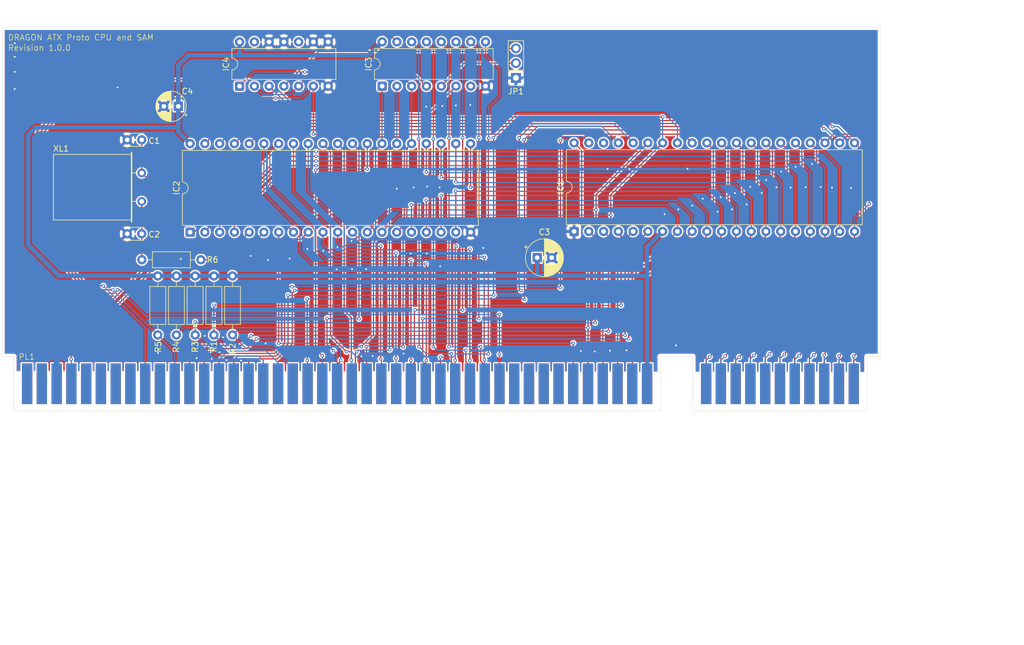
<source format=kicad_pcb>
(kicad_pcb (version 20241229) (generator "pcbnew") (generator_version "9.0")
  (title_block (title "Dragon ATX Proto CPU & SAM Card") (date "2025-03-01") (rev "1.0.0"))
  (layers (0 "F.Cu" signal) (2 "B.Cu" signal) (13 "F.Paste" user) (15 "B.Paste" user) (5 "F.SilkS" user "F.Silkscreen") (7 "B.SilkS" user "B.Silkscreen") (1 "F.Mask" user) (3 "B.Mask" user) (25 "Edge.Cuts" user))
  (net 0 "")
  (net 1 "GND")
  (net 2 "Net-(IC2-OSCIN)")
  (net 3 "Net-(C2-Pad2)")
  (net 4 "+5V")
  (net 5 "/A6")
  (net 6 "/A4")
  (net 7 "/LIC")
  (net 8 "/A11")
  (net 9 "/Q")
  (net 10 "/FIRQ")
  (net 11 "/R{slash}W")
  (net 12 "/A9")
  (net 13 "/HALT")
  (net 14 "/D2")
  (net 15 "/AVMA")
  (net 16 "/A14")
  (net 17 "/A15")
  (net 18 "/A8")
  (net 19 "/A3")
  (net 20 "/A5")
  (net 21 "/NMI")
  (net 22 "/A12")
  (net 23 "/D3")
  (net 24 "/A0")
  (net 25 "/RST")
  (net 26 "/TSC")
  (net 27 "/A2")
  (net 28 "/A13")
  (net 29 "/E")
  (net 30 "/IRQ")
  (net 31 "/D1")
  (net 32 "/A10")
  (net 33 "/D5")
  (net 34 "/D0")
  (net 35 "/A7")
  (net 36 "/D4")
  (net 37 "/D6")
  (net 38 "/A1")
  (net 39 "/BUSY")
  (net 40 "/D7")
  (net 41 "/BA")
  (net 42 "/BS")
  (net 43 "/VCLK")
  (net 44 "/S0")
  (net 45 "/Z3")
  (net 46 "/CAS")
  (net 47 "/HS")
  (net 48 "Net-(IC2-OSCOUT)")
  (net 49 "/Z2")
  (net 50 "/Z6")
  (net 51 "/Z1")
  (net 52 "/DA0")
  (net 53 "/S1")
  (net 54 "/S2")
  (net 55 "/Z5")
  (net 56 "/RAS")
  (net 57 "/WE")
  (net 58 "/Z7")
  (net 59 "/Z0")
  (net 60 "/Z4")
  (net 61 "/EXTMEN")
  (net 62 "/P1")
  (net 63 "/R2")
  (net 64 "/P0")
  (net 65 "Net-(IC3-E2)")
  (net 66 "/D.OUT")
  (net 67 "Net-(IC3-E1)")
  (net 68 "/R0")
  (net 70 "/P2")
  (net 71 "/R1")
  (net 72 "Net-(JP1-B)")
  (net 79 "-5V")
  (net 81 "-12V")
  (net 106 "+12V")
  (net 114 "+3.3V")
  (net 118 "/~{FS}")
  (footprint "Package_DIP:DIP-16_W7.62mm" (layer "F.Cu") (at 149.9362 66.675 90)
    (property "Reference" "IC3")
    (property "Value" "74LS138")
  )
  (footprint "Capacitor_THT:CP_Radial_D5.0mm_P2.50mm" (layer "F.Cu") (at 114.8588 70.1548 180)
    (property "Reference" "C4")
    (property "Value" "4.7uF")
  )
  (footprint "Package_DIP:DIP-14_W7.62mm" (layer "F.Cu") (at 125.3998 66.675 90)
    (property "Reference" "IC4")
    (property "Value" "74LS02")
  )
  (footprint "Resistor_THT:R_Axial_DIN0207_L6.3mm_D2.5mm_P10.16mm_Horizontal" (layer "F.Cu") (at 114.5286 99.3648 -90)
    (property "Reference" "R4")
    (property "Value" "4K7")
  )
  (footprint "Package_DIP:DIP-40_W15.24mm" (layer "F.Cu") (at 182.9562 91.694 90)
    (property "Reference" "IC1")
    (property "Value" "MC6809E")
  )
  (footprint "Capacitor_THT:C_Disc_D3.0mm_W2.0mm_P2.50mm" (layer "F.Cu") (at 106.065 75.9206)
    (property "Reference" "C1")
    (property "Value" "22pF")
  )
  (footprint "Package_DIP:DIP-40_W15.24mm" (layer "F.Cu") (at 116.8908 91.821 90)
    (property "Reference" "IC2")
    (property "Value" "MC6883")
  )
  (footprint "Capacitor_THT:C_Disc_D3.0mm_W2.0mm_P2.50mm" (layer "F.Cu") (at 106.065 92.1004)
    (property "Reference" "C2")
    (property "Value" "33pF")
  )
  (footprint "Resistor_THT:R_Axial_DIN0207_L6.3mm_D2.5mm_P10.16mm_Horizontal" (layer "F.Cu") (at 118.745 96.5708 180)
    (property "Reference" "R6")
    (property "Value" "1K5")
  )
  (footprint "Resistor_THT:R_Axial_DIN0207_L6.3mm_D2.5mm_P10.16mm_Horizontal" (layer "F.Cu") (at 117.7544 109.5248 90)
    (property "Reference" "R3")
    (property "Value" "4K7")
  )
  (footprint "Connector_PinHeader_2.54mm:PinHeader_1x03_P2.54mm_Vertical" (layer "F.Cu") (at 172.9486 65.2526 180)
    (property "Reference" "JP1")
    (property "Value" "32k/64k")
  )
  (footprint "Resistor_THT:R_Axial_DIN0207_L6.3mm_D2.5mm_P10.16mm_Horizontal" (layer "F.Cu") (at 124.1806 109.5248 90)
    (property "Reference" "R2")
    (property "Value" "4K7")
  )
  (footprint "Resistor_THT:R_Axial_DIN0207_L6.3mm_D2.5mm_P10.16mm_Horizontal" (layer "F.Cu") (at 111.3282 99.3648 -90)
    (property "Reference" "R5")
    (property "Value" "4K7")
  )
  (footprint "Resistor_THT:R_Axial_DIN0207_L6.3mm_D2.5mm_P10.16mm_Horizontal" (layer "F.Cu") (at 120.9802 109.5248 90)
    (property "Reference" "R1")
    (property "Value" "4K7")
  )
  (footprint "Capacitor_THT:CP_Radial_D6.3mm_P2.50mm" (layer "F.Cu") (at 176.6062 96.2152)
    (property "Reference" "C3")
    (property "Value" "100uF")
  )
  (footprint "Crystal:Crystal_HC49-U_Horizontal" (layer "F.Cu") (at 108.5642 81.624 -90)
    (property "Reference" "XL1")
    (property "Value" "14.31818MHz")
  )
  (footprint "Library:Card_Edge" (layer "F.Cu") (at 162.6272 121.1056)
    (property "Reference" "PL1")
    (property "Value" "~")
    (fp_line (start -76.073 -7.874) (end -76.073 1.524) (stroke (width 0.05)) (layer "Edge.Cuts"))
    (fp_line (start -76.073 1.524) (end 35.179 1.524) (stroke (width 0.05)) (layer "Edge.Cuts"))
    (fp_line (start 35.179 -7.874) (end 40.767 -7.874) (stroke (width 0.05)) (layer "Edge.Cuts"))
    (fp_line (start 35.179 1.524) (end 35.179 -7.874) (stroke (width 0.05)) (layer "Edge.Cuts"))
    (fp_line (start 40.767 -7.874) (end 40.767 1.524) (stroke (width 0.05)) (layer "Edge.Cuts"))
    (fp_line (start 40.767 1.524) (end 70.739 1.524) (stroke (width 0.05)) (layer "Edge.Cuts"))
    (fp_line (start 70.739 1.524) (end 70.739 -7.874) (stroke (width 0.05)) (layer "Edge.Cuts"))
  )
  (gr_line (start 84.5058 56.5023) (end 84.5058 113.2316) (stroke (width 0.05)) (layer "Edge.Cuts"))
  (gr_line (start 233.3662 113.2316) (end 235.6866 113.2332) (stroke (width 0.05)) (layer "Edge.Cuts"))
  (gr_line (start 86.5542 113.2316) (end 84.5058 113.2316) (stroke (width 0.05)) (layer "Edge.Cuts"))
  (gr_line (start 235.6866 56.5023) (end 84.5058 56.5023) (stroke (width 0.05)) (layer "Edge.Cuts"))
  (gr_line (start 235.6866 113.2332) (end 235.6866 56.5023) (stroke (width 0.05)) (layer "Edge.Cuts"))
  (gr_text "DRAGON ATX Proto CPU and SAM" (at 85.4964 58.8772 0) (layer "F.SilkS") (effects (font (size 1 1) (thickness 0.1)) (justify left bottom)))
  (gr_text "Revision 1.0.0" (at 85.4964 60.6552 0) (layer "F.SilkS") (effects (font (size 1 1) (thickness 0.1)) (justify left bottom)))
  (via (at 152.4508 84.3534) (size 0.6) (drill 0.3) (layers "F.Cu" "B.Cu") (net 1))
  (via (at 205.105 86.0552) (size 0.6) (drill 0.3) (layers "F.Cu" "B.Cu") (net 1))
  (via (at 115.2906 96.4184) (size 0.6) (drill 0.3) (layers "F.Cu" "B.Cu") (net 1))
  (via (at 216.0016 82.8294) (size 0.6) (drill 0.3) (layers "F.Cu" "B.Cu") (net 1))
  (via (at 153.6192 112.7252) (size 0.6) (drill 0.3) (layers "F.Cu" "B.Cu") (net 1))
  (via (at 111.379 112.6236) (size 0.6) (drill 0.3) (layers "F.Cu" "B.Cu") (net 1))
  (via (at 203.2762 87.249) (size 0.6) (drill 0.3) (layers "F.Cu" "B.Cu") (net 1))
  (via (at 123.1646 113.8682) (size 0.6) (drill 0.3) (layers "F.Cu" "B.Cu") (net 1))
  (via (at 137.0584 94.7166) (size 0.6) (drill 0.3) (layers "F.Cu" "B.Cu") (net 1))
  (via (at 215.2396 85.0646) (size 0.6) (drill 0.3) (layers "F.Cu" "B.Cu") (net 1))
  (via (at 154.8384 95.504) (size 0.6) (drill 0.3) (layers "F.Cu" "B.Cu") (net 1))
  (via (at 184.1246 112.268) (size 0.6) (drill 0.3) (layers "F.Cu" "B.Cu") (net 1))
  (via (at 142.24 94.4118) (size 0.6) (drill 0.3) (layers "F.Cu" "B.Cu") (net 1))
  (via (at 146.3548 113.1824) (size 0.6) (drill 0.3) (layers "F.Cu" "B.Cu") (net 1))
  (via (at 208.1784 85.8012) (size 0.6) (drill 0.3) (layers "F.Cu" "B.Cu") (net 1))
  (via (at 142.0876 98.2472) (size 0.6) (drill 0.3) (layers "F.Cu" "B.Cu") (net 1))
  (via (at 210.1342 87.884) (size 0.6) (drill 0.3) (layers "F.Cu" "B.Cu") (net 1))
  (via (at 186.5122 112.3696) (size 0.6) (drill 0.3) (layers "F.Cu" "B.Cu") (net 1))
  (via (at 230.632 84.2264) (size 0.6) (drill 0.3) (layers "F.Cu" "B.Cu") (net 1))
  (via (at 119.4054 109.6772) (size 0.6) (drill 0.3) (layers "F.Cu" "B.Cu") (net 1))
  (via (at 144.7546 98.1964) (size 0.6) (drill 0.3) (layers "F.Cu" "B.Cu") (net 1))
  (via (at 129.8702 110.9726) (size 0.6) (drill 0.3) (layers "F.Cu" "B.Cu") (net 1))
  (via (at 157.6832 83.9724) (size 0.6) (drill 0.3) (layers "F.Cu" "B.Cu") (net 1))
  (via (at 86.7156 61.6204) (size 0.6) (drill 0.3) (layers "F.Cu" "B.Cu") (net 1))
  (via (at 139.8016 95.0468) (size 0.6) (drill 0.3) (layers "F.Cu" "B.Cu") (net 1))
  (via (at 213.2584 84.0232) (size 0.6) (drill 0.3) (layers "F.Cu" "B.Cu") (net 1))
  (via (at 217.7796 84.0994) (size 0.6) (drill 0.3) (layers "F.Cu" "B.Cu") (net 1))
  (via (at 218.5924 81.407) (size 0.6) (drill 0.3) (layers "F.Cu" "B.Cu") (net 1))
  (via (at 157.5308 70.2056) (size 0.6) (drill 0.3) (layers "F.Cu" "B.Cu") (net 1))
  (via (at 162.6108 70.0024) (size 0.6) (drill 0.3) (layers "F.Cu" "B.Cu") (net 1))
  (via (at 192.4812 80.9752) (size 0.6) (drill 0.3) (layers "F.Cu" "B.Cu") (net 1))
  (via (at 191.9732 112.1664) (size 0.6) (drill 0.3) (layers "F.Cu" "B.Cu") (net 1))
  (via (at 210.6168 85.09) (size 0.6) (drill 0.3) (layers "F.Cu" "B.Cu") (net 1))
  (via (at 127.3302 95.9104) (size 0.6) (drill 0.3) (layers "F.Cu" "B.Cu") (net 1))
  (via (at 202.4634 80.899) (size 0.6) (drill 0.3) (layers "F.Cu" "B.Cu") (net 1))
  (via (at 122.5804 109.9312) (size 0.6) (drill 0.3) (layers "F.Cu" "B.Cu") (net 1))
  (via (at 120.5992 113.6396) (size 0.6) (drill 0.3) (layers "F.Cu" "B.Cu") (net 1))
  (via (at 157.6324 95.504) (size 0.6) (drill 0.3) (layers "F.Cu" "B.Cu") (net 1))
  (via (at 212.6488 87.0458) (size 0.6) (drill 0.3) (layers "F.Cu" "B.Cu") (net 1))
  (via (at 200.914 87.884) (size 0.6) (drill 0.3) (layers "F.Cu" "B.Cu") (net 1))
  (via (at 223.901 80.0862) (size 0.6) (drill 0.3) (layers "F.Cu" "B.Cu") (net 1))
  (via (at 86.7156 67.1576) (size 0.6) (drill 0.3) (layers "F.Cu" "B.Cu") (net 1))
  (via (at 134.0104 96.3676) (size 0.6) (drill 0.3) (layers "F.Cu" "B.Cu") (net 1))
  (via (at 155.3464 84.1248) (size 0.6) (drill 0.3) (layers "F.Cu" "B.Cu") (net 1))
  (via (at 118.0084 113.5126) (size 0.6) (drill 0.3) (layers "F.Cu" "B.Cu") (net 1))
  (via (at 198.5264 88.7222) (size 0.6) (drill 0.3) (layers "F.Cu" "B.Cu") (net 1))
  (via (at 189.1284 112.2426) (size 0.6) (drill 0.3) (layers "F.Cu" "B.Cu") (net 1))
  (via (at 144.653 93.345) (size 0.6) (drill 0.3) (layers "F.Cu" "B.Cu") (net 1))
  (via (at 167.3352 94.5388) (size 0.6) (drill 0.3) (layers "F.Cu" "B.Cu") (net 1))
  (via (at 147.1676 98.1964) (size 0.6) (drill 0.3) (layers "F.Cu" "B.Cu") (net 1))
  (via (at 148.2852 113.157) (size 0.6) (drill 0.3) (layers "F.Cu" "B.Cu") (net 1))
  (via (at 165.1 69.9008) (size 0.6) (drill 0.3) (layers "F.Cu" "B.Cu") (net 1))
  (via (at 227.33 84.1502) (size 0.6) (drill 0.3) (layers "F.Cu" "B.Cu") (net 1))
  (via (at 188.722 80.9244) (size 0.6) (drill 0.3) (layers "F.Cu" "B.Cu") (net 1))
  (via (at 130.2766 96.5962) (size 0.6) (drill 0.3) (layers "F.Cu" "B.Cu") (net 1))
  (via (at 220.218 84.1502) (size 0.6) (drill 0.3) (layers "F.Cu" "B.Cu") (net 1))
  (via (at 121.9454 112.4966) (size 0.6) (drill 0.3) (layers "F.Cu" "B.Cu") (net 1))
  (via (at 221.0816 80.5688) (size 0.6) (drill 0.3) (layers "F.Cu" "B.Cu") (net 1))
  (via (at 159.9184 97.6884) (size 0.6) (drill 0.3) (layers "F.Cu" "B.Cu") (net 1))
  (via (at 222.8088 84.074) (size 0.6) (drill 0.3) (layers "F.Cu" "B.Cu") (net 1))
  (via (at 104.394 66.9036) (size 0.6) (drill 0.3) (layers "F.Cu" "B.Cu") (net 1))
  (via (at 86.7156 59.2836) (size 0.6) (drill 0.3) (layers "F.Cu" "B.Cu") (net 1))
  (via (at 125.6538 113.919) (size 0.6) (drill 0.3) (layers "F.Cu" "B.Cu") (net 1))
  (via (at 225.3996 84.0486) (size 0.6) (drill 0.3) (layers "F.Cu" "B.Cu") (net 1))
  (via (at 207.645 88.2904) (size 0.6) (drill 0.3) (layers "F.Cu" "B.Cu") (net 1))
  (via (at 159.8168 84.1248) (size 0.6) (drill 0.3) (layers "F.Cu" "B.Cu") (net 1))
  (via (at 86.7156 64.2112) (size 0.6) (drill 0.3) (layers "F.Cu" "B.Cu") (net 1))
  (via (at 160.274 70.104) (size 0.6) (drill 0.3) (layers "F.Cu" "B.Cu") (net 1))
  (via (at 200.5076 111.3282) (size 0.6) (drill 0.3) (layers "F.Cu" "B.Cu") (net 1))
  (segment (start 93.9202 118.3116) (end 93.9202 113.6994) (width 1) (layer "B.Cu") (net 1))
  (segment (start 93.9202 113.6994) (end 93.9292 113.6904) (width 1) (layer "B.Cu") (net 1))
  (segment (start 108.5642 81.624) (end 110.5408 83.6006) (width 0.2) (layer "F.Cu") (net 2))
  (segment (start 113.157 94.7928) (end 124.079 94.7928) (width 0.2) (layer "F.Cu") (net 2))
  (segment (start 108.5642 75.9214) (end 108.565 75.9206) (width 0.2) (layer "F.Cu") (net 2))
  (segment (start 110.5408 92.1766) (end 113.157 94.7928) (width 0.2) (layer "F.Cu") (net 2))
  (segment (start 108.5642 81.624) (end 108.5642 75.9214) (width 0.2) (layer "F.Cu") (net 2))
  (segment (start 124.079 94.7928) (end 127.0508 91.821) (width 0.2) (layer "F.Cu") (net 2))
  (segment (start 110.5408 83.6006) (end 110.5408 92.1766) (width 0.2) (layer "F.Cu") (net 2))
  (segment (start 108.565 92.1004) (end 108.565 96.5508) (width 0.2) (layer "F.Cu") (net 3))
  (segment (start 108.5642 92.0996) (end 108.565 92.1004) (width 0.2) (layer "F.Cu") (net 3))
  (segment (start 108.5642 86.524) (end 108.5642 92.0996) (width 0.2) (layer "F.Cu") (net 3))
  (segment (start 108.565 96.5508) (end 108.585 96.5708) (width 0.2) (layer "F.Cu") (net 3))
  (segment (start 114.8588 74.549) (end 116.8908 76.581) (width 0.8) (layer "B.Cu") (net 4))
  (segment (start 125.2728 61.3664) (end 147.6248 61.3664) (width 0.8) (layer "B.Cu") (net 4))
  (segment (start 114.8588 70.1548) (end 114.8588 63.0936) (width 0.8) (layer "B.Cu") (net 4))
  (segment (start 176.6062 96.2152) (end 176.6316 96.2406) (width 0.8) (layer "B.Cu") (net 4))
  (segment (start 89.027 75.0824) (end 90.3224 73.787) (width 0.8) (layer "B.Cu") (net 4))
  (segment (start 90.3224 73.787) (end 114.8588 73.787) (width 0.8) (layer "B.Cu") (net 4))
  (segment (start 116.586 61.3664) (end 125.2728 61.3664) (width 0.8) (layer "B.Cu") (net 4))
  (segment (start 195.5202 99.3394) (end 195.5202 94.37) (width 0.8) (layer "B.Cu") (net 4))
  (segment (start 114.8588 70.1548) (end 114.8588 74.549) (width 0.8) (layer "B.Cu") (net 4))
  (segment (start 125.3998 59.055) (end 125.3998 61.2394) (width 0.8) (layer "B.Cu") (net 4))
  (segment (start 114.8588 63.0936) (end 116.586 61.3664) (width 0.8) (layer "B.Cu") (net 4))
  (segment (start 195.5202 94.37) (end 198.1962 91.694) (width 0.8) (layer "B.Cu") (net 4))
  (segment (start 195.5202 99.3394) (end 94.3102 99.3394) (width 0.8) (layer "B.Cu") (net 4))
  (segment (start 147.6248 61.3664) (end 149.9362 59.055) (width 0.8) (layer "B.Cu") (net 4))
  (segment (start 94.3102 99.3394) (end 89.027 94.0562) (width 0.8) (layer "B.Cu") (net 4))
  (segment (start 125.3998 61.2394) (end 125.2728 61.3664) (width 0.8) (layer "B.Cu") (net 4))
  (segment (start 176.6316 96.2406) (end 176.6316 99.3394) (width 0.8) (layer "B.Cu") (net 4))
  (segment (start 195.5202 118.3116) (end 195.5202 99.3394) (width 0.8) (layer "B.Cu") (net 4))
  (segment (start 89.027 94.0562) (end 89.027 75.0824) (width 0.8) (layer "B.Cu") (net 4))
  (segment (start 160.0708 82.2452) (end 160.0708 76.581) (width 0.2) (layer "F.Cu") (net 5))
  (segment (start 215.9762 91.694) (end 215.8402 91.83) (width 0.2) (layer "F.Cu") (net 5))
  (segment (start 215.8402 91.83) (end 215.8402 118.3116) (width 0.2) (layer "F.Cu") (net 5))
  (segment (start 160.1216 82.296) (end 160.0708 82.2452) (width 0.2) (layer "F.Cu") (net 5))
  (via (at 160.1216 82.296) (size 0.6) (drill 0.3) (layers "F.Cu" "B.Cu") (net 5))
  (segment (start 160.2232 82.3976) (end 160.1216 82.296) (width 0.2) (layer "B.Cu") (net 5))
  (segment (start 213.8934 82.3976) (end 160.2232 82.3976) (width 0.2) (layer "B.Cu") (net 5))
  (segment (start 215.9762 91.694) (end 215.9762 84.4804) (width 0.2) (layer "B.Cu") (net 5))
  (segment (start 215.9762 84.4804) (end 213.8934 82.3976) (width 0.2) (layer "B.Cu") (net 5))
  (segment (start 165.1508 84.074) (end 165.1508 76.581) (width 0.2) (layer "F.Cu") (net 6))
  (segment (start 210.8962 91.694) (end 210.768466 91.821734) (width 0.2) (layer "F.Cu") (net 6))
  (segment (start 210.768466 91.821734) (end 210.768466 118.300401) (width 0.2) (layer "F.Cu") (net 6))
  (via (at 165.1508 84.074) (size 0.6) (drill 0.3) (layers "F.Cu" "B.Cu") (net 6))
  (segment (start 210.8962 87.2744) (end 207.6704 84.0486) (width 0.2) (layer "B.Cu") (net 6))
  (segment (start 210.8962 91.694) (end 210.8962 87.2744) (width 0.2) (layer "B.Cu") (net 6))
  (segment (start 207.6704 84.0486) (end 165.1762 84.0486) (width 0.2) (layer "B.Cu") (net 6))
  (segment (start 165.1762 84.0486) (end 165.1508 84.074) (width 0.2) (layer "B.Cu") (net 6))
  (segment (start 116.9162 91.7956) (end 116.8908 91.821) (width 0.2) (layer "F.Cu") (net 8))
  (segment (start 226.258143 113.5802) (end 226.2464 113.5802) (width 0.2) (layer "F.Cu") (net 8))
  (segment (start 226.0002 113.8264) (end 226.0002 118.3116) (width 0.2) (layer "F.Cu") (net 8))
  (segment (start 226.6102 113.228143) (end 226.258143 113.5802) (width 0.2) (layer "F.Cu") (net 8))
  (segment (start 228.6762 91.694) (end 227.3492 93.021) (width 0.2) (layer "F.Cu") (net 8))
  (segment (start 131.432203 77.965397) (end 117.602 91.7956) (width 0.2) (layer "F.Cu") (net 8))
  (segment (start 117.602 91.7956) (end 116.9162 91.7956) (width 0.2) (layer "F.Cu") (net 8))
  (segment (start 226.2464 113.5802) (end 226.0002 113.8264) (width 0.2) (layer "F.Cu") (net 8))
  (segment (start 138.557 77.965397) (end 131.432203 77.965397) (width 0.2) (layer "F.Cu") (net 8))
  (segment (start 227.3492 93.021) (end 227.3492 112.4774) (width 0.2) (layer "F.Cu") (net 8))
  (segment (start 227.3492 112.4774) (end 226.6102 113.2164) (width 0.2) (layer "F.Cu") (net 8))
  (segment (start 226.6102 113.2164) (end 226.6102 113.228143) (width 0.2) (layer "F.Cu") (net 8))
  (via (at 138.557 77.965397) (size 0.6) (drill 0.3) (layers "F.Cu" "B.Cu") (net 8))
  (segment (start 138.557 77.965397) (end 225.996597 77.965397) (width 0.2) (layer "B.Cu") (net 8))
  (segment (start 225.996597 77.965397) (end 228.6762 80.645) (width 0.2) (layer "B.Cu") (net 8))
  (segment (start 228.6762 80.645) (end 228.6762 91.694) (width 0.2) (layer "B.Cu") (net 8))
  (segment (start 186.7408 85.3694) (end 195.6562 76.454) (width 0.2) (layer "F.Cu") (net 9))
  (segment (start 186.7408 87.9856) (end 186.7408 85.3694) (width 0.2) (layer "F.Cu") (net 9))
  (segment (start 186.7408 92.2782) (end 186.7408 87.9856) (width 0.2) (layer "F.Cu") (net 9))
  (segment (start 187.9002 93.4376) (end 186.7408 92.2782) (width 0.2) (layer "F.Cu") (net 9))
  (segment (start 187.9002 118.3116) (end 187.9002 93.4376) (width 0.2) (layer "F.Cu") (net 9))
  (via (at 186.7408 87.9856) (size 0.6) (drill 0.3) (layers "F.Cu" "B.Cu") (net 9))
  (segment (start 151.2062 87.9856) (end 186.7408 87.9856) (width 0.2) (layer "B.Cu") (net 9))
  (segment (start 147.3708 91.821) (end 151.2062 87.9856) (width 0.2) (layer "B.Cu") (net 9))
  (segment (start 120.9802 104.8512) (end 120.9802 109.5248) (width 0.2) (layer "F.Cu") (net 10))
  (segment (start 190.5762 91.694) (end 191.0402 92.158) (width 0.2) (layer "F.Cu") (net 10))
  (segment (start 191.0402 92.158) (end 191.0402 104.4194) (width 0.2) (layer "F.Cu") (net 10))
  (segment (start 121.0056 104.4194) (end 121.0056 104.8258) (width 0.2) (layer "F.Cu") (net 10))
  (segment (start 121.0056 104.8258) (end 120.9802 104.8512) (width 0.2) (layer "F.Cu") (net 10))
  (via (at 191.0402 104.4194) (size 0.6) (drill 0.3) (layers "F.Cu" "B.Cu") (net 10))
  (via (at 121.0056 104.4194) (size 0.6) (drill 0.3) (layers "F.Cu" "B.Cu") (net 10))
  (segment (start 191.0402 104.4194) (end 121.0056 104.4194) (width 0.2) (layer "B.Cu") (net 10))
  (segment (start 132.0202 114.3016) (end 132.0202 118.3116) (width 0.2) (layer "B.Cu") (net 10))
  (segment (start 130.012 112.2934) (end 132.0202 114.3016) (width 0.2) (layer "B.Cu") (net 10))
  (segment (start 120.9802 109.5248) (end 123.7488 112.2934) (width 0.2) (layer "B.Cu") (net 10))
  (segment (start 123.7488 112.2934) (end 130.012 112.2934) (width 0.2) (layer "B.Cu") (net 10))
  (segment (start 97.5964 68.7228) (end 131.5974 68.7228) (width 0.2) (layer "F.Cu") (net 11))
  (segment (start 101.9556 101.0666) (end 101.9048 101.0158) (width 0.2) (layer "F.Cu") (net 11))
  (segment (start 138.1506 74.9554) (end 138.0998 74.9046) (width 0.2) (layer "F.Cu") (net 11))
  (segment (start 153.7462 90.5256) (end 152.4508 91.821) (width 0.2) (layer "F.Cu") (net 11))
  (segment (start 101.9048 101.0158) (end 99.3731 101.0158) (width 0.2) (layer "F.Cu") (net 11))
  (segment (start 153.7462 74.9554) (end 153.7462 90.5256) (width 0.2) (layer "F.Cu") (net 11))
  (segment (start 203.2762 76.454) (end 201.7776 74.9554) (width 0.2) (layer "F.Cu") (net 11))
  (segment (start 91.2822 92.9249) (end 91.2822 75.037) (width 0.2) (layer "F.Cu") (net 11))
  (segment (start 91.2822 75.037) (end 97.5964 68.7228) (width 0.2) (layer "F.Cu") (net 11))
  (segment (start 99.3731 101.0158) (end 91.2822 92.9249) (width 0.2) (layer "F.Cu") (net 11))
  (segment (start 153.7462 74.9554) (end 138.1506 74.9554) (width 0.2) (layer "F.Cu") (net 11))
  (segment (start 201.7776 74.9554) (end 153.7462 74.9554) (width 0.2) (layer "F.Cu") (net 11))
  (via (at 131.5974 68.7228) (size 0.6) (drill 0.3) (layers "F.Cu" "B.Cu") (net 11))
  (via (at 101.9556 101.0666) (size 0.6) (drill 0.3) (layers "F.Cu" "B.Cu") (net 11))
  (via (at 138.0998 74.9046) (size 0.6) (drill 0.3) (layers "F.Cu" "B.Cu") (net 11))
  (segment (start 109.1602 108.2712) (end 101.9556 101.0666) (width 0.2) (layer "B.Cu") (net 11))
  (segment (start 109.1602 118.3116) (end 109.1602 108.2712) (width 0.2) (layer "B.Cu") (net 11))
  (segment (start 131.5974 68.7228) (end 136.052 68.7228) (width 0.2) (layer "B.Cu") (net 11))
  (segment (start 136.052 68.7228) (end 138.0998 66.675) (width 0.2) (layer "B.Cu") (net 11))
  (segment (start 138.0998 74.9046) (end 138.0998 66.675) (width 0.2) (layer "B.Cu") (net 11))
  (segment (start 121.9708 90.551) (end 121.9708 91.821) (width 0.2) (layer "F.Cu") (net 12))
  (segment (start 223.5962 91.694) (end 223.4602 91.83) (width 0.2) (layer "F.Cu") (net 12))
  (segment (start 132.956397 79.565403) (end 121.9708 90.551) (width 0.2) (layer "F.Cu") (net 12))
  (segment (start 138.557 79.565403) (end 132.956397 79.565403) (width 0.2) (layer "F.Cu") (net 12))
  (segment (start 223.4602 91.83) (end 223.4602 118.3116) (width 0.2) (layer "F.Cu") (net 12))
  (via (at 138.557 79.565403) (size 0.6) (drill 0.3) (layers "F.Cu" "B.Cu") (net 12))
  (segment (start 221.754603 79.565403) (end 223.5962 81.407) (width 0.2) (layer "B.Cu") (net 12))
  (segment (start 138.557 79.565403) (end 221.754603 79.565403) (width 0.2) (layer "B.Cu") (net 12))
  (segment (start 223.5962 81.407) (end 223.5962 91.694) (width 0.2) (layer "B.Cu") (net 12))
  (segment (start 185.3602 93.6154) (end 185.3602 108.2802) (width 0.2) (layer "F.Cu") (net 13))
  (segment (start 184.277 77.7748) (end 184.277 92.5322) (width 0.2) (layer "F.Cu") (net 13))
  (segment (start 184.277 92.5322) (end 185.3602 93.6154) (width 0.2) (layer "F.Cu") (net 13))
  (segment (start 182.9562 76.454) (end 184.277 77.7748) (width 0.2) (layer "F.Cu") (net 13))
  (segment (start 185.3602 108.2802) (end 185.3602 118.3116) (width 0.2) (layer "F.Cu") (net 13))
  (via (at 185.3602 108.2802) (size 0.6) (drill 0.3) (layers "F.Cu" "B.Cu") (net 13))
  (segment (start 115.7732 108.2802) (end 185.3602 108.2802) (width 0.2) (layer "B.Cu") (net 13))
  (segment (start 114.5286 109.5248) (end 115.7732 108.2802) (width 0.2) (layer "B.Cu") (net 13))
  (segment (start 211.368466 113.3348) (end 211.423466 113.3898) (width 0.2) (layer "F.Cu") (net 14))
  (segment (start 211.9972 112.706066) (end 211.9972 77.555) (width 0.2) (layer "F.Cu") (net 14))
  (segment (start 211.9972 77.555) (end 210.8962 76.454) (width 0.2) (layer "F.Cu") (net 14))
  (segment (start 211.423466 113.3898) (end 211.423466 113.2798) (width 0.2) (layer "F.Cu") (net 14))
  (segment (start 211.423466 113.2798) (end 211.9972 112.706066) (width 0.2) (layer "F.Cu") (net 14))
  (via (at 211.368466 113.3348) (size 0.6) (drill 0.3) (layers "F.Cu" "B.Cu") (net 14))
  (segment (start 210.768466 113.9348) (end 210.768466 118.322799) (width 0.2) (layer "B.Cu") (net 14))
  (segment (start 211.368466 113.3348) (end 210.768466 113.9348) (width 0.2) (layer "B.Cu") (net 14))
  (segment (start 173.5074 101.5396) (end 173.5074 75.5554) (width 0.2) (layer "F.Cu") (net 15))
  (segment (start 173.8218 101.854) (end 173.5074 101.5396) (width 0.2) (layer "F.Cu") (net 15))
  (segment (start 131.8768 113.6396) (end 127.1778 113.6396) (width 0.2) (layer "F.Cu") (net 15))
  (segment (start 134.88778 101.863187) (end 134.4676 102.283367) (width 0.2) (layer "F.Cu") (net 15))
  (segment (start 126.9402 113.8772) (end 126.9402 118.3116) (width 0.2) (layer "F.Cu") (net 15))
  (segment (start 134.4676 111.0488) (end 131.8768 113.6396) (width 0.2) (layer "F.Cu") (net 15))
  (segment (start 134.4676 102.283367) (end 134.4676 111.0488) (width 0.2) (layer "F.Cu") (net 15))
  (segment (start 127.1778 113.6396) (end 126.9402 113.8772) (width 0.2) (layer "F.Cu") (net 15))
  (via (at 134.88778 101.863187) (size 0.6) (drill 0.3) (layers "F.Cu" "B.Cu") (net 15))
  (via (at 173.5074 75.5554) (size 0.6) (drill 0.3) (layers "F.Cu" "B.Cu") (net 15))
  (via (at 173.8218 101.854) (size 0.6) (drill 0.3) (layers "F.Cu" "B.Cu") (net 15))
  (segment (start 175.88 73.1828) (end 189.845 73.1828) (width 0.2) (layer "B.Cu") (net 15))
  (segment (start 173.5074 75.5554) (end 175.88 73.1828) (width 0.2) (layer "B.Cu") (net 15))
  (segment (start 134.88778 101.863187) (end 134.896967 101.854) (width 0.2) (layer "B.Cu") (net 15))
  (segment (start 189.845 73.1828) (end 193.1162 76.454) (width 0.2) (layer "B.Cu") (net 15))
  (segment (start 134.896967 101.854) (end 173.8218 101.854) (width 0.2) (layer "B.Cu") (net 15))
  (segment (start 225.552 73.6092) (end 127.4826 73.6092) (width 0.2) (layer "F.Cu") (net 16))
  (segment (start 232.7182 111.5534) (end 232.7182 76.39895) (width 0.2) (layer "F.Cu") (net 16))
  (segment (start 232.7182 76.39895) (end 231.67225 75.353) (width 0.2) (layer "F.Cu") (net 16))
  (segment (start 231.67225 75.353) (end 229.7772 75.353) (width 0.2) (layer "F.Cu") (net 16))
  (segment (start 127.4826 73.6092) (end 124.5108 76.581) (width 0.2) (layer "F.Cu") (net 16))
  (segment (start 231.0638 113.1824) (end 231.0892 113.1824) (width 0.2) (layer "F.Cu") (net 16))
  (segment (start 225.933 73.9902) (end 225.552 73.6092) (width 0.2) (layer "F.Cu") (net 16))
  (segment (start 229.7772 75.353) (end 228.6762 76.454) (width 0.2) (layer "F.Cu") (net 16))
  (segment (start 231.0892 113.1824) (end 232.7182 111.5534) (width 0.2) (layer "F.Cu") (net 16))
  (via (at 225.933 73.9902) (size 0.6) (drill 0.3) (layers "F.Cu" "B.Cu") (net 16))
  (via (at 231.0638 113.1824) (size 0.6) (drill 0.3) (layers "F.Cu" "B.Cu") (net 16))
  (segment (start 231.0802 113.3766) (end 231.0802 118.3116) (width 0.2) (layer "B.Cu") (net 16))
  (segment (start 226.2124 73.9902) (end 225.933 73.9902) (width 0.2) (layer "B.Cu") (net 16))
  (segment (start 231.0638 113.1824) (end 231.0638 113.3602) (width 0.2) (layer "B.Cu") (net 16))
  (segment (start 231.0638 113.3602) (end 231.0802 113.3766) (width 0.2) (layer "B.Cu") (net 16))
  (segment (start 228.6762 76.454) (end 226.2124 73.9902) (width 0.2) (layer "B.Cu") (net 16))
  (segment (start 226.1362 76.454) (end 223.901 74.2188) (width 0.2) (layer "F.Cu") (net 17))
  (segment (start 227.6382 74.952) (end 231.83835 74.952) (width 0.2) (layer "F.Cu") (net 17))
  (segment (start 226.1362 76.454) (end 227.6382 74.952) (width 0.2) (layer "F.Cu") (net 17))
  (segment (start 231.83835 74.952) (end 233.1192 76.23285) (width 0.2) (layer "F.Cu") (net 17))
  (segment (start 129.413 74.2188) (end 127.0508 76.581) (width 0.2) (layer "F.Cu") (net 17))
  (segment (start 231.0802 114.015943) (end 231.0802 118.3116) (width 0.2) (layer "F.Cu") (net 17))
  (segment (start 233.1192 111.976943) (end 231.0802 114.015943) (width 0.2) (layer "F.Cu") (net 17))
  (segment (start 233.1192 76.23285) (end 233.1192 111.976943) (width 0.2) (layer "F.Cu") (net 17))
  (segment (start 223.901 74.2188) (end 129.413 74.2188) (width 0.2) (layer "F.Cu") (net 17))
  (segment (start 220.9202 91.83) (end 220.9202 118.3116) (width 0.2) (layer "F.Cu") (net 18))
  (segment (start 133.807394 80.365406) (end 124.5108 89.662) (width 0.2) (layer "F.Cu") (net 18))
  (segment (start 138.557 80.365406) (end 133.807394 80.365406) (width 0.2) (layer "F.Cu") (net 18))
  (segment (start 221.0562 91.694) (end 220.9202 91.83) (width 0.2) (layer "F.Cu") (net 18))
  (segment (start 124.5108 89.662) (end 124.5108 91.821) (width 0.2) (layer "F.Cu") (net 18))
  (via (at 138.557 80.365406) (size 0.6) (drill 0.3) (layers "F.Cu" "B.Cu") (net 18))
  (segment (start 202.214457 80.298) (end 202.712343 80.298) (width 0.2) (layer "B.Cu") (net 18))
  (segment (start 202.779749 80.365406) (end 219.227206 80.365406) (width 0.2) (layer "B.Cu") (net 18))
  (segment (start 189.012949 80.365406) (end 202.147051 80.365406) (width 0.2) (layer "B.Cu") (net 18))
  (segment (start 219.227206 80.365406) (end 221.0562 82.1944) (width 0.2) (layer "B.Cu") (net 18))
  (segment (start 138.557 80.365406) (end 188.431051 80.365406) (width 0.2) (layer "B.Cu") (net 18))
  (segment (start 202.712343 80.298) (end 202.779749 80.365406) (width 0.2) (layer "B.Cu") (net 18))
  (segment (start 221.0562 82.1944) (end 221.0562 91.694) (width 0.2) (layer "B.Cu") (net 18))
  (segment (start 202.147051 80.365406) (end 202.214457 80.298) (width 0.2) (layer "B.Cu") (net 18))
  (segment (start 188.431051 80.365406) (end 188.473057 80.3234) (width 0.2) (layer "B.Cu") (net 18))
  (segment (start 188.970943 80.3234) (end 189.012949 80.365406) (width 0.2) (layer "B.Cu") (net 18))
  (segment (start 188.473057 80.3234) (end 188.970943 80.3234) (width 0.2) (layer "B.Cu") (net 18))
  (segment (start 162.6108 84.8106) (end 162.6108 91.821) (width 0.2) (layer "F.Cu") (net 19))
  (segment (start 208.2202 91.83) (end 208.2202 118.3116) (width 0.2) (layer "F.Cu") (net 19))
  (segment (start 208.3562 91.694) (end 208.2202 91.83) (width 0.2) (layer "F.Cu") (net 19))
  (segment (start 162.56 84.7598) (end 162.6108 84.8106) (width 0.2) (layer "F.Cu") (net 19))
  (via (at 162.56 84.7598) (size 0.6) (drill 0.3) (layers "F.Cu" "B.Cu") (net 19))
  (segment (start 162.5854 84.7852) (end 162.56 84.7598) (width 0.2) (layer "B.Cu") (net 19))
  (segment (start 205.6638 84.7852) (end 162.5854 84.7852) (width 0.2) (layer "B.Cu") (net 19))
  (segment (start 208.3562 87.4776) (end 205.6638 84.7852) (width 0.2) (layer "B.Cu") (net 19))
  (segment (start 208.3562 91.694) (end 208.3562 87.4776) (width 0.2) (layer "B.Cu") (net 19))
  (segment (start 162.6108 83.1088) (end 162.6108 76.581) (width 0.2) (layer "F.Cu") (net 20))
  (segment (start 213.3002 91.83) (end 213.3002 118.3116) (width 0.2) (layer "F.Cu") (net 20))
  (segment (start 162.6362 83.1342) (end 162.6108 83.1088) (width 0.2) (layer "F.Cu") (net 20))
  (segment (start 213.4362 91.694) (end 213.3002 91.83) (width 0.2) (layer "F.Cu") (net 20))
  (via (at 162.6362 83.1342) (size 0.6) (drill 0.3) (layers "F.Cu" "B.Cu") (net 20))
  (segment (start 162.7886 83.2866) (end 162.6362 83.1342) (width 0.2) (layer "B.Cu") (net 20))
  (segment (start 210.5152 83.2866) (end 162.7886 83.2866) (width 0.2) (layer "B.Cu") (net 20))
  (segment (start 213.4362 86.2076) (end 213.4362 91.694) (width 0.2) (layer "B.Cu") (net 20))
  (segment (start 210.5152 83.2866) (end 213.4362 86.2076) (width 0.2) (layer "B.Cu") (net 20))
  (segment (start 185.4962 91.694) (end 186.5884 92.7862) (width 0.2) (layer "F.Cu") (net 21))
  (segment (start 117.7544 107.2642) (end 117.7544 109.5248) (width 0.2) (layer "F.Cu") (net 21))
  (segment (start 186.5884 92.7862) (end 186.5884 107.4166) (width 0.2) (layer "F.Cu") (net 21))
  (via (at 117.7544 107.2642) (size 0.6) (drill 0.3) (layers "F.Cu" "B.Cu") (net 21))
  (via (at 186.5884 107.4166) (size 0.6) (drill 0.3) (layers "F.Cu" "B.Cu") (net 21))
  (segment (start 129.4802 113.9354) (end 128.7018 113.157) (width 0.2) (layer "B.Cu") (net 21))
  (segment (start 128.7018 113.157) (end 121.3866 113.157) (width 0.2) (layer "B.Cu") (net 21))
  (segment (start 121.3866 113.157) (end 117.7544 109.5248) (width 0.2) (layer "B.Cu") (net 21))
  (segment (start 186.5884 107.4166) (end 117.9068 107.4166) (width 0.2) (layer "B.Cu") (net 21))
  (segment (start 117.9068 107.4166) (end 117.7544 107.2642) (width 0.2) (layer "B.Cu") (net 21))
  (segment (start 129.4802 118.3116) (end 129.4802 113.9354) (width 0.2) (layer "B.Cu") (net 21))
  (segment (start 230.04665 72.5932) (end 123.4186 72.5932) (width 0.2) (layer "F.Cu") (net 22))
  (segment (start 123.4186 72.5932) (end 119.4308 76.581) (width 0.2) (layer "F.Cu") (net 22))
  (segment (start 233.7562 86.9696) (end 233.7562 76.30275) (width 0.2) (layer "F.Cu") (net 22))
  (segment (start 231.2162 110.4392) (end 231.2162 91.694) (width 0.2) (layer "F.Cu") (net 22))
  (segment (start 228.5492 113.1062) (end 231.2162 110.4392) (width 0.2) (layer "F.Cu") (net 22))
  (segment (start 233.7562 76.30275) (end 230.04665 72.5932) (width 0.2) (layer "F.Cu") (net 22))
  (via (at 233.7562 86.9696) (size 0.6) (drill 0.3) (layers "F.Cu" "B.Cu") (net 22))
  (via (at 228.5492 113.1062) (size 0.6) (drill 0.3) (layers "F.Cu" "B.Cu") (net 22))
  (segment (start 228.5492 113.3602) (end 228.5402 113.3692) (width 0.2) (layer "B.Cu") (net 22))
  (segment (start 231.2162 91.694) (end 231.2162 89.5096) (width 0.2) (layer "B.Cu") (net 22))
  (segment (start 228.5492 113.1062) (end 228.5492 113.3602) (width 0.2) (layer "B.Cu") (net 22))
  (segment (start 231.2162 89.5096) (end 233.7562 86.9696) (width 0.2) (layer "B.Cu") (net 22))
  (segment (start 228.5402 113.3692) (end 228.5402 118.3116) (width 0.2) (layer "B.Cu") (net 22))
  (segment (start 214.5372 77.555) (end 213.4362 76.454) (width 0.2) (layer "F.Cu") (net 23))
  (segment (start 214.0272 112.9284) (end 214.0404 112.9284) (width 0.2) (layer "F.Cu") (net 23))
  (segment (start 213.9002 113.0554) (end 214.0272 112.9284) (width 0.2) (layer "F.Cu") (net 23))
  (segment (start 214.5372 112.4316) (end 214.5372 77.555) (width 0.2) (layer "F.Cu") (net 23))
  (segment (start 214.0404 112.9284) (end 214.5372 112.4316) (width 0.2) (layer "F.Cu") (net 23))
  (via (at 213.9002 113.0554) (size 0.6) (drill 0.3) (layers "F.Cu" "B.Cu") (net 23))
  (segment (start 213.9002 113.0644) (end 213.3002 113.6644) (width 0.2) (layer "B.Cu") (net 23))
  (segment (start 213.9002 113.0554) (end 213.9002 113.0644) (width 0.2) (layer "B.Cu") (net 23))
  (segment (start 213.3002 113.6644) (end 213.3002 118.3116) (width 0.2) (layer "B.Cu") (net 23))
  (segment (start 154.9654 87.122) (end 154.9908 87.1474) (width 0.2) (layer "F.Cu") (net 24))
  (segment (start 192.9802 99.45) (end 192.9802 118.3116) (width 0.2) (layer "F.Cu") (net 24))
  (segment (start 200.7362 91.694) (end 192.9802 99.45) (width 0.2) (layer "F.Cu") (net 24))
  (segment (start 154.9908 87.1474) (end 154.9908 91.821) (width 0.2) (layer "F.Cu") (net 24))
  (via (at 154.9654 87.122) (size 0.6) (drill 0.3) (layers "F.Cu" "B.Cu") (net 24))
  (segment (start 198.8566 87.1474) (end 200.7362 89.027) (width 0.2) (layer "B.Cu") (net 24))
  (segment (start 154.9908 87.1474) (end 154.9654 87.122) (width 0.2) (layer "B.Cu") (net 24))
  (segment (start 200.7362 89.027) (end 200.7362 91.694) (width 0.2) (layer "B.Cu") (net 24))
  (segment (start 198.8566 87.1474) (end 154.9908 87.1474) (width 0.2) (layer "B.Cu") (net 24))
  (segment (start 174.4218 103.4288) (end 174.4218 75.946) (width 0.2) (layer "F.Cu") (net 25))
  (segment (start 137.033 113.8936) (end 137.033 103.3272) (width 0.2) (layer "F.Cu") (net 25))
  (segment (start 137.033 103.3272) (end 137.0584 103.3272) (width 0.2) (layer "F.Cu") (net 25))
  (segment (start 174.4218 75.946) (end 174.371 75.8952) (width 0.2) (layer "F.Cu") (net 25))
  (via (at 137.033 103.3272) (size 0.6) (drill 0.3) (layers "F.Cu" "B.Cu") (net 25))
  (via (at 174.4218 103.4288) (size 0.6) (drill 0.3) (layers "F.Cu" "B.Cu") (net 25))
  (via (at 137.033 113.8936) (size 0.6) (drill 0.3) (layers "F.Cu" "B.Cu") (net 25))
  (via (at 174.371 75.8952) (size 0.6) (drill 0.3) (layers "F.Cu" "B.Cu") (net 25))
  (segment (start 174.371 75.8952) (end 176.6824 73.5838) (width 0.2) (layer "B.Cu") (net 25))
  (segment (start 137.033 103.3272) (end 174.3202 103.3272) (width 0.2) (layer "B.Cu") (net 25))
  (segment (start 187.706 73.5838) (end 190.5762 76.454) (width 0.2) (layer "B.Cu") (net 25))
  (segment (start 137.1002 113.9608) (end 137.033 113.8936) (width 0.2) (layer "B.Cu") (net 25))
  (segment (start 174.3202 103.3272) (end 174.4218 103.4288) (width 0.2) (layer "B.Cu") (net 25))
  (segment (start 176.6824 73.5838) (end 187.706 73.5838) (width 0.2) (layer "B.Cu") (net 25))
  (segment (start 137.1002 118.3116) (end 137.1002 113.9608) (width 0.2) (layer "B.Cu") (net 25))
  (segment (start 122.9722 112.689) (end 121.8602 113.801) (width 0.2) (layer "F.Cu") (net 26))
  (segment (start 134.41673 101.1936) (end 133.477 101.1936) (width 0.2) (layer "F.Cu") (net 26))
  (segment (start 131.4304 112.689) (end 122.9722 112.689) (width 0.2) (layer "F.Cu") (net 26))
  (segment (start 180.6194 101.3714) (end 180.6194 76.0476) (width 0.2) (layer "F.Cu") (net 26))
  (segment (start 133.1414 101.5292) (end 133.1414 110.978) (width 0.2) (layer "F.Cu") (net 26))
  (segment (start 133.477 101.1936) (end 133.1414 101.5292) (width 0.2) (layer "F.Cu") (net 26))
  (segment (start 121.8602 113.801) (end 121.8602 118.3116) (width 0.2) (layer "F.Cu") (net 26))
  (segment (start 134.430139 101.207009) (end 134.41673 101.1936) (width 0.2) (layer "F.Cu") (net 26))
  (segment (start 133.1414 110.978) (end 131.4304 112.689) (width 0.2) (layer "F.Cu") (net 26))
  (via (at 134.430139 101.207009) (size 0.6) (drill 0.3) (layers "F.Cu" "B.Cu") (net 26))
  (via (at 180.6194 76.0476) (size 0.6) (drill 0.3) (layers "F.Cu" "B.Cu") (net 26))
  (via (at 180.6194 101.3714) (size 0.6) (drill 0.3) (layers "F.Cu" "B.Cu") (net 26))
  (segment (start 180.455009 101.207009) (end 180.6194 101.3714) (width 0.2) (layer "B.Cu") (net 26))
  (segment (start 134.430139 101.207009) (end 180.455009 101.207009) (width 0.2) (layer "B.Cu") (net 26))
  (segment (start 181.314 75.353) (end 184.3952 75.353) (width 0.2) (layer "B.Cu") (net 26))
  (segment (start 180.6194 76.0476) (end 181.314 75.353) (width 0.2) (layer "B.Cu") (net 26))
  (segment (start 184.3952 75.353) (end 185.4962 76.454) (width 0.2) (layer "B.Cu") (net 26))
  (segment (start 160.0708 85.5472) (end 160.0708 91.821) (width 0.2) (layer "F.Cu") (net 27))
  (segment (start 160.0962 85.5218) (end 160.0708 85.5472) (width 0.2) (layer "F.Cu") (net 27))
  (segment (start 205.6802 118.3116) (end 205.6802 91.83) (width 0.2) (layer "F.Cu") (net 27))
  (segment (start 205.6802 91.83) (end 205.8162 91.694) (width 0.2) (layer "F.Cu") (net 27))
  (via (at 160.0962 85.5218) (size 0.6) (drill 0.3) (layers "F.Cu" "B.Cu") (net 27))
  (segment (start 205.8162 88.3666) (end 202.9714 85.5218) (width 0.2) (layer "B.Cu") (net 27))
  (segment (start 205.8162 91.694) (end 205.8162 88.3666) (width 0.2) (layer "B.Cu") (net 27))
  (segment (start 202.9714 85.5218) (end 160.0962 85.5218) (width 0.2) (layer "B.Cu") (net 27))
  (segment (start 228.5402 113.9534) (end 228.7864 113.7072) (width 0.2) (layer "F.Cu") (net 28))
  (segment (start 125.4506 73.1012) (end 121.9708 76.581) (width 0.2) (layer "F.Cu") (net 28))
  (segment (start 232.3172 77.555) (end 231.2162 76.454) (width 0.2) (layer "F.Cu") (net 28))
  (segment (start 228.7864 113.7072) (end 228.798143 113.7072) (width 0.2) (layer "F.Cu") (net 28))
  (segment (start 226.8982 73.1012) (end 125.4506 73.1012) (width 0.2) (layer "F.Cu") (net 28))
  (segment (start 228.5402 118.3116) (end 228.5402 113.9534) (width 0.2) (layer "F.Cu") (net 28))
  (segment (start 232.3172 110.188143) (end 232.3172 77.555) (width 0.2) (layer "F.Cu") (net 28))
  (segment (start 227.4316 73.6346) (end 226.8982 73.1012) (width 0.2) (layer "F.Cu") (net 28))
  (segment (start 228.798143 113.7072) (end 232.3172 110.188143) (width 0.2) (layer "F.Cu") (net 28))
  (via (at 227.4316 73.6346) (size 0.6) (drill 0.3) (layers "F.Cu" "B.Cu") (net 28))
  (segment (start 231.2162 76.454) (end 228.3968 73.6346) (width 0.2) (layer "B.Cu") (net 28))
  (segment (start 228.3968 73.6346) (end 227.4316 73.6346) (width 0.2) (layer "B.Cu") (net 28))
  (segment (start 135.798 71.9932) (end 130.4798 66.675) (width 0.2) (layer "F.Cu") (net 29))
  (segment (start 190.4402 118.3116) (end 190.4402 93.4376) (width 0.2) (layer "F.Cu") (net 29))
  (segment (start 189.2808 92.2782) (end 189.2808 88.8746) (width 0.2) (layer "F.Cu") (net 29))
  (segment (start 190.4402 93.4376) (end 189.2808 92.2782) (width 0.2) (layer "F.Cu") (net 29))
  (segment (start 198.1962 71.9932) (end 135.798 71.9932) (width 0.2) (layer "F.Cu") (net 29))
  (segment (start 189.2808 85.3694) (end 198.1962 76.454) (width 0.2) (layer "F.Cu") (net 29))
  (segment (start 189.2808 88.8746) (end 189.2808 85.3694) (width 0.2) (layer "F.Cu") (net 29))
  (via (at 189.2808 88.8746) (size 0.6) (drill 0.3) (layers "F.Cu" "B.Cu") (net 29))
  (via (at 198.1962 71.9932) (size 0.6) (drill 0.3) (layers "F.Cu" "B.Cu") (net 29))
  (segment (start 149.9108 91.821) (end 152.8572 88.8746) (width 0.2) (layer "B.Cu") (net 29))
  (segment (start 198.1962 76.454) (end 198.1962 71.9932) (width 0.2) (layer "B.Cu") (net 29))
  (segment (start 152.8572 88.8746) (end 189.2808 88.8746) (width 0.2) (layer "B.Cu") (net 29))
  (segment (start 188.8744 108.8898) (end 188.8744 92.5322) (width 0.2) (layer "F.Cu") (net 30))
  (segment (start 188.8744 92.5322) (end 188.0362 91.694) (width 0.2) (layer "F.Cu") (net 30))
  (via (at 188.8744 108.8898) (size 0.6) (drill 0.3) (layers "F.Cu" "B.Cu") (net 30))
  (segment (start 124.1806 109.5248) (end 126.4412 111.7854) (width 0.2) (layer "B.Cu") (net 30))
  (segment (start 126.4412 111.7854) (end 130.954 111.7854) (width 0.2) (layer "B.Cu") (net 30))
  (segment (start 130.954 111.7854) (end 134.5602 115.3916) (width 0.2) (layer "B.Cu") (net 30))
  (segment (start 134.5602 115.3916) (end 134.5602 118.3116) (width 0.2) (layer "B.Cu") (net 30))
  (segment (start 188.8744 108.8898) (end 188.8658 108.8812) (width 0.2) (layer "B.Cu") (net 30))
  (segment (start 124.8242 108.8812) (end 124.1806 109.5248) (width 0.2) (layer "B.Cu") (net 30))
  (segment (start 188.8658 108.8812) (end 124.8242 108.8812) (width 0.2) (layer "B.Cu") (net 30))
  (segment (start 209.4572 77.555) (end 209.4572 112.6348) (width 0.2) (layer "F.Cu") (net 31))
  (segment (start 208.9562 113.1358) (end 209.4572 112.6348) (width 0.2) (layer "F.Cu") (net 31))
  (segment (start 208.3562 76.454) (end 209.4572 77.555) (width 0.2) (layer "F.Cu") (net 31))
  (segment (start 208.9562 113.167) (end 208.9562 113.1358) (width 0.2) (layer "F.Cu") (net 31))
  (via (at 208.9562 113.167) (size 0.6) (drill 0.3) (layers "F.Cu" "B.Cu") (net 31))
  (segment (start 208.2202 113.903) (end 208.9562 113.167) (width 0.2) (layer "B.Cu") (net 31))
  (segment (start 208.2202 118.3116) (end 208.2202 113.903) (width 0.2) (layer "B.Cu") (net 31))
  (segment (start 119.4308 91.6686) (end 119.4308 91.821) (width 0.2) (layer "F.Cu") (net 32))
  (segment (start 132.334 78.7654) (end 119.4308 91.6686) (width 0.2) (layer "F.Cu") (net 32))
  (segment (start 138.557 78.7654) (end 132.334 78.7654) (width 0.2) (layer "F.Cu") (net 32))
  (segment (start 226.1362 112.8522) (end 226.0092 112.9792) (width 0.2) (layer "F.Cu") (net 32))
  (segment (start 226.1362 91.694) (end 226.1362 112.8522) (width 0.2) (layer "F.Cu") (net 32))
  (via (at 138.557 78.7654) (size 0.6) (drill 0.3) (layers "F.Cu" "B.Cu") (net 32))
  (via (at 226.0092 112.9792) (size 0.6) (drill 0.3) (layers "F.Cu" "B.Cu") (net 32))
  (segment (start 138.557 78.7654) (end 224.2058 78.7654) (width 0.2) (layer "B.Cu") (net 32))
  (segment (start 226.0002 112.9882) (end 226.0002 118.3116) (width 0.2) (layer "B.Cu") (net 32))
  (segment (start 226.1362 80.6958) (end 226.1362 91.694) (width 0.2) (layer "B.Cu") (net 32))
  (segment (start 224.2058 78.7654) (end 226.1362 80.6958) (width 0.2) (layer "B.Cu") (net 32))
  (segment (start 226.0092 112.9792) (end 226.0002 112.9882) (width 0.2) (layer "B.Cu") (net 32))
  (segment (start 219.1162 112.831) (end 219.6172 112.33) (width 0.2) (layer "F.Cu") (net 33))
  (segment (start 218.5162 76.454) (end 219.6172 77.555) (width 0.2) (layer "F.Cu") (net 33))
  (segment (start 219.6172 77.555) (end 219.6172 112.33) (width 0.2) (layer "F.Cu") (net 33))
  (segment (start 219.1162 112.8876) (end 219.1162 112.831) (width 0.2) (layer "F.Cu") (net 33))
  (via (at 219.1162 112.8876) (size 0.6) (drill 0.3) (layers "F.Cu" "B.Cu") (net 33))
  (segment (start 218.3802 113.6236) (end 219.1162 112.8876) (width 0.2) (layer "B.Cu") (net 33))
  (segment (start 218.3802 118.3116) (end 218.3802 113.6236) (width 0.2) (layer "B.Cu") (net 33))
  (segment (start 205.8162 76.454) (end 206.9172 77.555) (width 0.2) (layer "F.Cu") (net 34))
  (segment (start 206.9172 77.555) (end 206.9172 112.6512) (width 0.2) (layer "F.Cu") (net 34))
  (segment (start 206.2802 113.3022) (end 206.2802 113.2882) (width 0.2) (layer "F.Cu") (net 34))
  (segment (start 206.2802 113.2882) (end 206.9172 112.6512) (width 0.2) (layer "F.Cu") (net 34))
  (via (at 206.2802 113.3022) (size 0.6) (drill 0.3) (layers "F.Cu" "B.Cu") (net 34))
  (segment (start 205.6802 113.9022) (end 206.2802 113.3022) (width 0.2) (layer "B.Cu") (net 34))
  (segment (start 205.6802 118.3116) (end 205.6802 113.9022) (width 0.2) (layer "B.Cu") (net 34))
  (segment (start 157.5308 81.4832) (end 157.5308 76.581) (width 0.2) (layer "F.Cu") (net 35))
  (segment (start 218.5162 91.694) (end 218.3802 91.83) (width 0.2) (layer "F.Cu") (net 35))
  (segment (start 218.3802 91.83) (end 218.3802 118.3116) (width 0.2) (layer "F.Cu") (net 35))
  (via (at 157.5308 81.4832) (size 0.6) (drill 0.3) (layers "F.Cu" "B.Cu") (net 35))
  (segment (start 218.5162 83.058) (end 217.043 81.5848) (width 0.2) (layer "B.Cu") (net 35))
  (segment (start 218.5162 91.694) (end 218.5162 83.058) (width 0.2) (layer "B.Cu") (net 35))
  (segment (start 217.043 81.5848) (end 157.6324 81.5848) (width 0.2) (layer "B.Cu") (net 35))
  (segment (start 157.6324 81.5848) (end 157.5308 81.4832) (width 0.2) (layer "B.Cu") (net 35))
  (segment (start 215.9762 76.454) (end 217.0772 77.555) (width 0.2) (layer "F.Cu") (net 36))
  (segment (start 216.5762 112.8014) (end 216.6058 112.8014) (width 0.2) (layer "F.Cu") (net 36))
  (segment (start 216.6058 112.8014) (end 217.0772 112.33) (width 0.2) (layer "F.Cu") (net 36))
  (segment (start 217.0772 77.555) (end 217.0772 112.33) (width 0.2) (layer "F.Cu") (net 36))
  (via (at 216.5762 112.8014) (size 0.6) (drill 0.3) (layers "F.Cu" "B.Cu") (net 36))
  (segment (start 215.8402 113.5374) (end 216.5762 112.8014) (width 0.2) (layer "B.Cu") (net 36))
  (segment (start 215.8402 118.3116) (end 215.8402 113.5374) (width 0.2) (layer "B.Cu") (net 36))
  (segment (start 222.1572 91.23795) (end 222.154933 91.235683) (width 0.2) (layer "F.Cu") (net 37))
  (segment (start 222.154933 91.235683) (end 222.154933 77.552733) (width 0.2) (layer "F.Cu") (net 37))
  (segment (start 221.6562 113.0808) (end 222.1572 112.5798) (width 0.2) (layer "F.Cu") (net 37))
  (segment (start 222.1572 112.5798) (end 222.1572 91.23795) (width 0.2) (layer "F.Cu") (net 37))
  (segment (start 222.154933 77.552733) (end 221.0562 76.454) (width 0.2) (layer "F.Cu") (net 37))
  (via (at 221.6562 113.0808) (size 0.6) (drill 0.3) (layers "F.Cu" "B.Cu") (net 37))
  (segment (start 220.9296 113.8074) (end 220.9296 113.8174) (width 0.2) (layer "B.Cu") (net 37))
  (segment (start 221.6562 113.0808) (end 220.9296 113.8074) (width 0.2) (layer "B.Cu") (net 37))
  (segment (start 220.9202 113.8268) (end 220.9202 118.3116) (width 0.2) (layer "B.Cu") (net 37))
  (segment (start 220.9296 113.8174) (end 220.9202 113.8268) (width 0.2) (layer "B.Cu") (net 37))
  (segment (start 157.5054 86.3346) (end 157.5308 86.36) (width 0.2) (layer "F.Cu") (net 38))
  (segment (start 203.2762 91.694) (end 195.5202 99.45) (width 0.2) (layer "F.Cu") (net 38))
  (segment (start 195.5202 99.45) (end 195.5202 118.3116) (width 0.2) (layer "F.Cu") (net 38))
  (segment (start 157.5308 86.36) (end 157.5308 91.821) (width 0.2) (layer "F.Cu") (net 38))
  (via (at 157.5054 86.3346) (size 0.6) (drill 0.3) (layers "F.Cu" "B.Cu") (net 38))
  (segment (start 203.2762 91.694) (end 203.2762 89.0016) (width 0.2) (layer "B.Cu") (net 38))
  (segment (start 157.5308 86.36) (end 157.5054 86.3346) (width 0.2) (layer "B.Cu") (net 38))
  (segment (start 200.6346 86.36) (end 157.5308 86.36) (width 0.2) (layer "B.Cu") (net 38))
  (segment (start 203.2762 89.0016) (end 200.6346 86.36) (width 0.2) (layer "B.Cu") (net 38))
  (segment (start 124.4002 113.8518) (end 124.4002 118.3116) (width 0.2) (layer "F.Cu") (net 39))
  (segment (start 133.7414 102.7176) (end 133.7414 111.0384) (width 0.2) (layer "F.Cu") (net 39))
  (segment (start 125.095 113.157) (end 124.4002 113.8518) (width 0.2) (layer "F.Cu") (net 39))
  (segment (start 169.1132 75.6062) (end 169.0624 75.5554) (width 0.2) (layer "F.Cu") (net 39))
  (segment (start 131.6228 113.157) (end 125.095 113.157) (width 0.2) (layer "F.Cu") (net 39))
  (segment (start 169.1132 102.6414) (end 169.1132 75.6062) (width 0.2) (layer "F.Cu") (net 39))
  (segment (start 133.7414 111.0384) (end 131.6228 113.157) (width 0.2) (layer "F.Cu") (net 39))
  (via (at 169.0624 75.5554) (size 0.6) (drill 0.3) (layers "F.Cu" "B.Cu") (net 39))
  (via (at 133.7414 102.7176) (size 0.6) (drill 0.3) (layers "F.Cu" "B.Cu") (net 39))
  (via (at 169.1132 102.6414) (size 0.6) (drill 0.3) (layers "F.Cu" "B.Cu") (net 39))
  (segment (start 198.445143 71.3922) (end 200.7362 73.683257) (width 0.2) (layer "B.Cu") (net 39))
  (segment (start 200.7362 73.683257) (end 200.7362 76.454) (width 0.2) (layer "B.Cu") (net 39))
  (segment (start 169.037 102.7176) (end 169.1132 102.6414) (width 0.2) (layer "B.Cu") (net 39))
  (segment (start 133.7414 102.7176) (end 169.037 102.7176) (width 0.2) (layer "B.Cu") (net 39))
  (segment (start 169.0624 75.5554) (end 173.2256 71.3922) (width 0.2) (layer "B.Cu") (net 39))
  (segment (start 173.2256 71.3922) (end 198.445143 71.3922) (width 0.2) (layer "B.Cu") (net 39))
  (segment (start 224.6972 77.555) (end 223.5962 76.454) (width 0.2) (layer "F.Cu") (net 40))
  (segment (start 224.6972 112.4824) (end 224.6972 77.555) (width 0.2) (layer "F.Cu") (net 40))
  (segment (start 224.2031 112.9765) (end 224.6972 112.4824) (width 0.2) (layer "F.Cu") (net 40))
  (via (at 224.2031 112.9765) (size 0.6) (drill 0.3) (layers "F.Cu" "B.Cu") (net 40))
  (segment (start 224.2031 112.9765) (end 223.4602 113.7194) (width 0.2) (layer "B.Cu") (net 40))
  (segment (start 223.4602 113.7194) (end 223.4602 118.3116) (width 0.2) (layer "B.Cu") (net 40))
  (segment (start 192.3288 95.0214) (end 192.3288 110.2106) (width 0.2) (layer "F.Cu") (net 41))
  (segment (start 120.7008 111.887) (end 119.3202 113.2676) (width 0.2) (layer "F.Cu") (net 41))
  (segment (start 195.6562 91.694) (end 192.3288 95.0214) (width 0.2) (layer "F.Cu") (net 41))
  (segment (start 128.2954 110.2106) (end 126.619 111.887) (width 0.2) (layer "F.Cu") (net 41))
  (segment (start 119.3202 113.2676) (end 119.3202 118.3116) (width 0.2) (layer "F.Cu") (net 41))
  (segment (start 126.619 111.887) (end 120.7008 111.887) (width 0.2) (layer "F.Cu") (net 41))
  (via (at 192.3288 110.2106) (size 0.6) (drill 0.3) (layers "F.Cu" "B.Cu") (net 41))
  (via (at 128.2954 110.2106) (size 0.6) (drill 0.3) (layers "F.Cu" "B.Cu") (net 41))
  (segment (start 192.3288 110.2106) (end 128.2954 110.2106) (width 0.2) (layer "B.Cu") (net 41))
  (segment (start 127.3556 109.6772) (end 125.73 111.3028) (width 0.2) (layer "F.Cu") (net 42))
  (segment (start 117.6782 111.3028) (end 116.7802 112.2008) (width 0.2) (layer "F.Cu") (net 42))
  (segment (start 125.73 111.3028) (end 117.6782 111.3028) (width 0.2) (layer "F.Cu") (net 42))
  (segment (start 191.7288 93.0814) (end 193.1162 91.694) (width 0.2) (layer "F.Cu") (net 42))
  (segment (start 116.7802 112.2008) (end 116.7802 118.3116) (width 0.2) (layer "F.Cu") (net 42))
  (segment (start 191.7288 109.574253) (end 191.7288 93.0814) (width 0.2) (layer "F.Cu") (net 42))
  (via (at 127.3556 109.6772) (size 0.6) (drill 0.3) (layers "F.Cu" "B.Cu") (net 42))
  (via (at 191.7288 109.574253) (size 0.6) (drill 0.3) (layers "F.Cu" "B.Cu") (net 42))
  (segment (start 127.4222 109.6106) (end 127.3556 109.6772) (width 0.2) (layer "B.Cu") (net 42))
  (segment (start 191.7288 109.574253) (end 191.692453 109.6106) (width 0.2) (layer "B.Cu") (net 42))
  (segment (start 191.692453 109.6106) (end 127.4222 109.6106) (width 0.2) (layer "B.Cu") (net 42))
  (segment (start 182.8292 110.9472) (end 182.8202 110.9562) (width 0.2) (layer "F.Cu") (net 43))
  (segment (start 182.8202 110.9562) (end 182.8202 118.3116) (width 0.2) (layer "F.Cu") (net 43))
  (segment (start 132.1308 110.9218) (end 132.1308 91.821) (width 0.2) (layer "F.Cu") (net 43))
  (via (at 182.8292 110.9472) (size 0.6) (drill 0.3) (layers "F.Cu" "B.Cu") (net 43))
  (via (at 132.1308 110.9218) (size 0.6) (drill 0.3) (layers "F.Cu" "B.Cu") (net 43))
  (segment (start 132.1562 110.9472) (end 132.1308 110.9218) (width 0.2) (layer "B.Cu") (net 43))
  (segment (start 182.8292 110.9472) (end 132.1562 110.9472) (width 0.2) (layer "B.Cu") (net 43))
  (segment (start 149.9108 76.581) (end 148.8098 77.682) (width 0.2) (layer "F.Cu") (net 44))
  (segment (start 148.8098 77.682) (end 148.8098 93.176) (width 0.2) (layer "F.Cu") (net 44))
  (segment (start 142.1802 114.601598) (end 142.1802 118.3116) (width 0.2) (layer "F.Cu") (net 44))
  (segment (start 148.4376 93.5482) (end 148.4376 109.4644) (width 0.2) (layer "F.Cu") (net 44))
  (segment (start 142.7988 113.8682) (end 142.7988 113.982998) (width 0.2) (layer "F.Cu") (net 44))
  (segment (start 142.7988 113.982998) (end 142.1802 114.601598) (width 0.2) (layer "F.Cu") (net 44))
  (segment (start 148.8098 93.176) (end 148.4376 93.5482) (width 0.2) (layer "F.Cu") (net 44))
  (segment (start 148.4376 109.4644) (end 146.3548 111.5472) (width 0.2) (layer "F.Cu") (net 44))
  (via (at 146.3548 111.5472) (size 0.6) (drill 0.3) (layers "F.Cu" "B.Cu") (net 44))
  (via (at 142.7988 113.8682) (size 0.6) (drill 0.3) (layers "F.Cu" "B.Cu") (net 44))
  (segment (start 142.7802 113.8496) (end 142.7802 111.8294) (width 0.2) (layer "B.Cu") (net 44))
  (segment (start 142.7802 111.8294) (end 143.095 111.5146) (width 0.2) (layer "B.Cu") (net 44))
  (segment (start 142.7988 113.8682) (end 142.7802 113.8496) (width 0.2) (layer "B.Cu") (net 44))
  (segment (start 143.095 111.5146) (end 146.3222 111.5146) (width 0.2) (layer "B.Cu") (net 44))
  (segment (start 149.9108 66.7004) (end 149.9362 66.675) (width 0.2) (layer "B.Cu") (net 44))
  (segment (start 146.3222 111.5146) (end 146.3548 111.5472) (width 0.2) (layer "B.Cu") (net 44))
  (segment (start 149.9108 76.581) (end 149.9108 66.7004) (width 0.2) (layer "B.Cu") (net 44))
  (segment (start 141.0462 77.8764) (end 139.7508 76.581) (width 0.2) (layer "F.Cu") (net 45))
  (segment (start 141.0462 109.6518) (end 141.0462 77.8764) (width 0.2) (layer "F.Cu") (net 45))
  (segment (start 143.7894 112.395) (end 141.0462 109.6518) (width 0.2) (layer "F.Cu") (net 45))
  (via (at 143.7894 112.395) (size 0.6) (drill 0.3) (layers "F.Cu" "B.Cu") (net 45))
  (segment (start 143.7894 112.395) (end 144.6372 112.395) (width 0.2) (layer "B.Cu") (net 45))
  (segment (start 144.6372 112.395) (end 147.2602 115.018) (width 0.2) (layer "B.Cu") (net 45))
  (segment (start 147.2602 115.018) (end 147.2602 118.3116) (width 0.2) (layer "B.Cu") (net 45))
  (segment (start 165.0238 94.7674) (end 165.0238 113.8936) (width 0.2) (layer "F.Cu") (net 46))
  (via (at 165.0238 113.8936) (size 0.6) (drill 0.3) (layers "F.Cu" "B.Cu") (net 46))
  (via (at 165.0238 94.7674) (size 0.6) (drill 0.3) (layers "F.Cu" "B.Cu") (net 46))
  (segment (start 164.9404 94.8508) (end 165.0238 94.7674) (width 0.2) (layer "B.Cu") (net 46))
  (segment (start 142.2908 93.4295) (end 143.7121 94.8508) (width 0.2) (layer "B.Cu") (net 46))
  (segment (start 143.7121 94.8508) (end 164.9404 94.8508) (width 0.2) (layer "B.Cu") (net 46))
  (segment (start 165.0238 113.8936) (end 165.0402 113.91) (width 0.2) (layer "B.Cu") (net 46))
  (segment (start 142.2908 91.821) (end 142.2908 93.4295) (width 0.2) (layer "B.Cu") (net 46))
  (segment (start 165.0402 113.91) (end 165.0402 118.3116) (width 0.2) (layer "B.Cu") (net 46))
  (segment (start 127.21085 97.8916) (end 110.8456 97.8916) (width 0.2) (layer "F.Cu") (net 47))
  (segment (start 131.5012 90.6218) (end 130.8354 91.2876) (width 0.2) (layer "F.Cu") (net 47))
  (segment (start 110.8456 97.8916) (end 96.4184 112.3188) (width 0.2) (layer "F.Cu") (net 47))
  (segment (start 137.2108 91.821) (end 135.9408 93.091) (width 0.2) (layer "F.Cu") (net 47))
  (segment (start 96.4184 112.3188) (end 96.4184 113.7158) (width 0.2) (layer "F.Cu") (net 47))
  (segment (start 130.8354 91.2876) (end 130.8354 94.26705) (width 0.2) (layer "F.Cu") (net 47))
  (segment (start 130.8354 94.26705) (end 127.21085 97.8916) (width 0.2) (layer "F.Cu") (net 47))
  (segment (start 133.4262 92.3544) (end 133.4262 91.1606) (width 0.2) (layer "F.Cu") (net 47))
  (segment (start 135.9408 93.091) (end 134.1628 93.091) (width 0.2) (layer "F.Cu") (net 47))
  (segment (start 134.1628 93.091) (end 133.4262 92.3544) (width 0.2) (layer "F.Cu") (net 47))
  (segment (start 132.8874 90.6218) (end 131.5012 90.6218) (width 0.2) (layer "F.Cu") (net 47))
  (segment (start 133.4262 91.1606) (end 132.8874 90.6218) (width 0.2) (layer "F.Cu") (net 47))
  (via (at 96.4184 113.7158) (size 0.6) (drill 0.3) (layers "F.Cu" "B.Cu") (net 47))
  (segment (start 96.4602 113.7576) (end 96.4602 118.3116) (width 0.2) (layer "B.Cu") (net 47))
  (segment (start 96.4184 113.7158) (end 96.4602 113.7576) (width 0.2) (layer "B.Cu") (net 47))
  (segment (start 124.841 96.5708) (end 129.5908 91.821) (width 0.2) (layer "F.Cu") (net 48))
  (segment (start 118.745 96.5708) (end 124.841 96.5708) (width 0.2) (layer "F.Cu") (net 48))
  (segment (start 143.3918 77.682) (end 142.2908 76.581) (width 0.2) (layer "F.Cu") (net 49))
  (segment (start 143.3918 105.2664) (end 143.3918 77.682) (width 0.2) (layer "F.Cu") (net 49))
  (segment (start 144.6276 113.8682) (end 144.6276 106.5022) (width 0.2) (layer "F.Cu") (net 49))
  (segment (start 144.6276 106.5022) (end 143.3918 105.2664) (width 0.2) (layer "F.Cu") (net 49))
  (via (at 144.6276 113.8682) (size 0.6) (drill 0.3) (layers "F.Cu" "B.Cu") (net 49))
  (segment (start 144.7202 114.0624) (end 144.7202 118.3116) (width 0.2) (layer "B.Cu") (net 49))
  (segment (start 144.6276 113.8682) (end 144.6276 113.9698) (width 0.2) (layer "B.Cu") (net 49))
  (segment (start 144.6276 113.9698) (end 144.7202 114.0624) (width 0.2) (layer "B.Cu") (net 49))
  (segment (start 154.8802 96.7238) (end 154.8638 96.7074) (width 0.2) (layer "F.Cu") (net 50))
  (segment (start 154.8802 113.8936) (end 154.8802 96.7238) (width 0.2) (layer "F.Cu") (net 50))
  (via (at 154.8802 113.8936) (size 0.6) (drill 0.3) (layers "F.Cu" "B.Cu") (net 50))
  (via (at 154.8638 96.7074) (size 0.6) (drill 0.3) (layers "F.Cu" "B.Cu") (net 50))
  (segment (start 138.3792 91.43235) (end 130.6154 83.66855) (width 0.2) (layer "B.Cu") (net 50))
  (segment (start 130.6154 83.66855) (end 130.6154 77.932257) (width 0.2) (layer "B.Cu") (net 50))
  (segment (start 131.966657 76.581) (end 132.1308 76.581) (width 0.2) (layer "B.Cu") (net 50))
  (segment (start 138.3792 94.7674) (end 138.3792 91.43235) (width 0.2) (layer "B.Cu") (net 50))
  (segment (start 140.3192 96.7074) (end 138.3792 94.7674) (width 0.2) (layer "B.Cu") (net 50))
  (segment (start 154.8638 96.7074) (end 140.3192 96.7074) (width 0.2) (layer "B.Cu") (net 50))
  (segment (start 154.8802 113.8936) (end 154.8802 118.3116) (width 0.2) (layer "B.Cu") (net 50))
  (segment (start 130.6154 77.932257) (end 131.966657 76.581) (width 0.2) (layer "B.Cu") (net 50))
  (segment (start 140.4462 111.1092) (end 140.4462 106.68) (width 0.2) (layer "F.Cu") (net 51))
  (segment (start 141.5669 112.2299) (end 140.4462 111.1092) (width 0.2) (layer "F.Cu") (net 51))
  (segment (start 144.8308 76.581) (end 145.9484 77.6986) (width 0.2) (layer "F.Cu") (net 51))
  (segment (start 145.9484 77.6986) (end 145.9484 106.7308) (width 0.2) (layer "F.Cu") (net 51))
  (via (at 140.4462 106.68) (size 0.6) (drill 0.3) (layers "F.Cu" "B.Cu") (net 51))
  (via (at 145.9484 106.7308) (size 0.6) (drill 0.3) (layers "F.Cu" "B.Cu") (net 51))
  (via (at 141.5669 112.2299) (size 0.6) (drill 0.3) (layers "F.Cu" "B.Cu") (net 51))
  (segment (start 141.5669 112.2553) (end 142.1802 112.8686) (width 0.2) (layer "B.Cu") (net 51))
  (segment (start 142.1802 112.8686) (end 142.1802 118.3116) (width 0.2) (layer "B.Cu") (net 51))
  (segment (start 145.9484 106.7308) (end 140.497 106.7308) (width 0.2) (layer "B.Cu") (net 51))
  (segment (start 140.497 106.7308) (end 140.4462 106.68) (width 0.2) (layer "B.Cu") (net 51))
  (segment (start 141.5669 112.2299) (end 141.5669 112.2553) (width 0.2) (layer "B.Cu") (net 51))
  (segment (start 134.6708 91.821) (end 133.0706 90.2208) (width 0.2) (layer "F.Cu") (net 52))
  (segment (start 111.5148 95.4698) (end 93.9202 113.0644) (width 0.2) (layer "F.Cu") (net 52))
  (segment (start 128.2954 90.9574) (end 128.2954 92.3544) (width 0.2) (layer "F.Cu") (net 52))
  (segment (start 133.0706 90.2208) (end 129.032 90.2208) (width 0.2) (layer "F.Cu") (net 52))
  (segment (start 129.032 90.2208) (end 128.2954 90.9574) (width 0.2) (layer "F.Cu") (net 52))
  (segment (start 93.9202 113.0644) (end 93.9202 118.3116) (width 0.2) (layer "F.Cu") (net 52))
  (segment (start 125.18 95.4698) (end 111.5148 95.4698) (width 0.2) (layer "F.Cu") (net 52))
  (segment (start 128.2954 92.3544) (end 125.18 95.4698) (width 0.2) (layer "F.Cu") (net 52))
  (segment (start 151.1808 93.218) (end 151.1808 112.0044) (width 0.2) (layer "F.Cu") (net 53))
  (segment (start 145.542 112.4204) (end 145.3302 112.6322) (width 0.2) (layer "F.Cu") (net 53))
  (segment (start 152.4508 76.581) (end 151.1808 77.851) (width 0.2) (layer "F.Cu") (net 53))
  (segment (start 145.3302 112.6322) (end 145.3302 117.7016) (width 0.2) (layer "F.Cu") (net 53))
  (segment (start 151.1808 77.851) (end 151.1808 93.218) (width 0.2) (layer "F.Cu") (net 53))
  (segment (start 145.3302 117.7016) (end 144.7202 118.3116) (width 0.2) (layer "F.Cu") (net 53))
  (segment (start 151.1808 112.0044) (end 151.2316 112.0552) (width 0.2) (layer "F.Cu") (net 53))
  (via (at 151.2316 112.0552) (size 0.6) (drill 0.3) (layers "F.Cu" "B.Cu") (net 53))
  (via (at 145.542 112.4204) (size 0.6) (drill 0.3) (layers "F.Cu" "B.Cu") (net 53))
  (segment (start 152.4508 76.581) (end 152.4508 66.7004) (width 0.2) (layer "B.Cu") (net 53))
  (segment (start 151.1386 112.1482) (end 151.2316 112.0552) (width 0.2) (layer "B.Cu") (net 53))
  (segment (start 145.542 112.4204) (end 145.8142 112.1482) (width 0.2) (layer "B.Cu") (net 53))
  (segment (start 145.8142 112.1482) (end 151.1386 112.1482) (width 0.2) (layer "B.Cu") (net 53))
  (segment (start 152.4508 66.7004) (end 152.4762 66.675) (width 0.2) (layer "B.Cu") (net 53))
  (segment (start 147.2184 111.5472) (end 147.2602 111.589) (width 0.2) (layer "F.Cu") (net 54))
  (segment (start 147.2602 111.589) (end 147.2602 118.3116) (width 0.2) (layer "F.Cu") (net 54))
  (segment (start 154.9908 76.581) (end 154.190801 77.380999) (width 0.2) (layer "F.Cu") (net 54))
  (segment (start 154.190801 77.380999) (end 154.190801 91.063949) (width 0.2) (layer "F.Cu") (net 54))
  (segment (start 154.190801 91.063949) (end 153.5518 91.70295) (width 0.2) (layer "F.Cu") (net 54))
  (segment (start 137.5156 64.7192) (end 135.5598 66.675) (width 0.2) (layer "F.Cu") (net 54))
  (segment (start 153.5518 93.4124) (end 153.543 93.4212) (width 0.2) (layer "F.Cu") (net 54))
  (segment (start 153.0604 64.7192) (end 137.5156 64.7192) (width 0.2) (layer "F.Cu") (net 54))
  (segment (start 153.5518 91.70295) (end 153.5518 93.4124) (width 0.2) (layer "F.Cu") (net 54))
  (segment (start 153.543 93.4212) (end 153.543 111.5472) (width 0.2) (layer "F.Cu") (net 54))
  (segment (start 155.0162 66.675) (end 153.0604 64.7192) (width 0.2) (layer "F.Cu") (net 54))
  (via (at 147.2184 111.5472) (size 0.6) (drill 0.3) (layers "F.Cu" "B.Cu") (net 54))
  (via (at 153.543 111.5472) (size 0.6) (drill 0.3) (layers "F.Cu" "B.Cu") (net 54))
  (segment (start 153.543 111.5472) (end 153.451 111.4552) (width 0.2) (layer "B.Cu") (net 54))
  (segment (start 154.9908 76.581) (end 154.9908 66.7004) (width 0.2) (layer "B.Cu") (net 54))
  (segment (start 129.3876 68.1228) (end 127.9398 66.675) (width 0.2) (layer "B.Cu") (net 54))
  (segment (start 135.5598 66.675) (end 134.112 68.1228) (width 0.2) (layer "B.Cu") (net 54))
  (segment (start 134.112 68.1228) (end 129.3876 68.1228) (width 0.2) (layer "B.Cu") (net 54))
  (segment (start 147.3104 111.4552) (end 147.2184 111.5472) (width 0.2) (layer "B.Cu") (net 54))
  (segment (start 154.9908 66.7004) (end 155.0162 66.675) (width 0.2) (layer "B.Cu") (net 54))
  (segment (start 153.451 111.4552) (end 147.3104 111.4552) (width 0.2) (layer "B.Cu") (net 54))
  (segment (start 152.2984 95.4786) (end 152.2984 113.5634) (width 0.2) (layer "F.Cu") (net 55))
  (via (at 152.2984 113.5634) (size 0.6) (drill 0.3) (layers "F.Cu" "B.Cu") (net 55))
  (via (at 152.2984 95.4786) (size 0.6) (drill 0.3) (layers "F.Cu" "B.Cu") (net 55))
  (segment (start 141.0462 94.5896) (end 141.0462 91.22135) (width 0.2) (layer "B.Cu") (net 55))
  (segment (start 134.6708 84.84595) (end 134.6708 76.581) (width 0.2) (layer "B.Cu") (net 55))
  (segment (start 141.0462 91.22135) (end 134.6708 84.84595) (width 0.2) (layer "B.Cu") (net 55))
  (segment (start 152.2984 113.5634) (end 152.3402 113.6052) (width 0.2) (layer "B.Cu") (net 55))
  (segment (start 152.2984 95.4786) (end 141.9352 95.4786) (width 0.2) (layer "B.Cu") (net 55))
  (segment (start 152.3402 113.6052) (end 152.3402 118.3116) (width 0.2) (layer "B.Cu") (net 55))
  (segment (start 141.9352 95.4786) (end 141.0462 94.5896) (width 0.2) (layer "B.Cu") (net 55))
  (segment (start 162.5092 94.4032) (end 162.6616 94.2508) (width 0.2) (layer "F.Cu") (net 56))
  (segment (start 162.5002 113.7502) (end 162.5092 113.7412) (width 0.2) (layer "F.Cu") (net 56))
  (segment (start 162.5002 113.8936) (end 162.5002 113.7502) (width 0.2) (layer "F.Cu") (net 56))
  (segment (start 162.5092 113.7412) (end 162.5092 94.4032) (width 0.2) (layer "F.Cu") (net 56))
  (via (at 162.5002 113.8936) (size 0.6) (drill 0.3) (layers "F.Cu" "B.Cu") (net 56))
  (via (at 162.6616 94.2508) (size 0.6) (drill 0.3) (layers "F.Cu" "B.Cu") (net 56))
  (segment (start 162.5002 113.8936) (end 162.5002 118.3116) (width 0.2) (layer "B.Cu") (net 56))
  (segment (start 162.6616 94.2508) (end 162.6616 93.9546) (width 0.2) (layer "B.Cu") (net 56))
  (segment (start 146.6596 93.6498) (end 144.8308 91.821) (width 0.2) (layer "B.Cu") (net 56))
  (segment (start 162.3568 93.6498) (end 146.6596 93.6498) (width 0.2) (layer "B.Cu") (net 56))
  (segment (start 162.6616 93.9546) (end 162.3568 93.6498) (width 0.2) (layer "B.Cu") (net 56))
  (segment (start 167.4876 96.2152) (end 167.4876 113.7412) (width 0.2) (layer "F.Cu") (net 57))
  (segment (start 167.4876 113.7412) (end 167.5384 113.792) (width 0.2) (layer "F.Cu") (net 57))
  (segment (start 167.5384 96.1644) (end 167.4876 96.2152) (width 0.2) (layer "F.Cu") (net 57))
  (via (at 167.5384 96.1644) (size 0.6) (drill 0.3) (layers "F.Cu" "B.Cu") (net 57))
  (via (at 167.5384 113.792) (size 0.6) (drill 0.3) (layers "F.Cu" "B.Cu") (net 57))
  (segment (start 139.7508 93.8613) (end 141.9959 96.1064) (width 0.2) (layer "B.Cu") (net 57))
  (segment (start 167.5384 113.792) (end 167.5802 113.8338) (width 0.2) (layer "B.Cu") (net 57))
  (segment (start 139.7508 91.821) (end 139.7508 93.8613) (width 0.2) (layer "B.Cu") (net 57))
  (segment (start 167.5802 113.8338) (end 167.5802 118.3116) (width 0.2) (layer "B.Cu") (net 57))
  (segment (start 141.9959 96.1064) (end 167.4804 96.1064) (width 0.2) (layer "B.Cu") (net 57))
  (segment (start 167.4804 96.1064) (end 167.5384 96.1644) (width 0.2) (layer "B.Cu") (net 57))
  (segment (start 157.5308 113.890998) (end 157.5308 97.409) (width 0.2) (layer "F.Cu") (net 58))
  (segment (start 157.5308 97.409) (end 157.4292 97.3074) (width 0.2) (layer "F.Cu") (net 58))
  (via (at 157.5308 113.890998) (size 0.6) (drill 0.3) (layers "F.Cu" "B.Cu") (net 58))
  (via (at 157.4292 97.3074) (size 0.6) (drill 0.3) (layers "F.Cu" "B.Cu") (net 58))
  (segment (start 137.922 97.3074) (end 135.8138 95.1992) (width 0.2) (layer "B.Cu") (net 58))
  (segment (start 129.5908 85.1662) (end 129.5908 76.581) (width 0.2) (layer "B.Cu") (net 58))
  (segment (start 135.8138 95.1992) (end 135.8138 91.3892) (width 0.2) (layer "B.Cu") (net 58))
  (segment (start 157.4292 97.3074) (end 137.922 97.3074) (width 0.2) (layer "B.Cu") (net 58))
  (segment (start 157.5308 113.890998) (end 157.4202 114.001598) (width 0.2) (layer "B.Cu") (net 58))
  (segment (start 157.4202 114.001598) (end 157.4202 118.3116) (width 0.2) (layer "B.Cu") (net 58))
  (segment (start 135.8138 91.3892) (end 129.5908 85.1662) (width 0.2) (layer "B.Cu") (net 58))
  (segment (start 138.493223 81.162863) (end 138.493223 111.950223) (width 0.2) (layer "F.Cu") (net 59))
  (segment (start 147.3708 76.581) (end 147.3708 80.940006) (width 0.2) (layer "F.Cu") (net 59))
  (segment (start 138.493223 111.950223) (end 139.6238 113.0808) (width 0.2) (layer "F.Cu") (net 59))
  (segment (start 147.3708 80.940006) (end 147.3454 80.965406) (width 0.2) (layer "F.Cu") (net 59))
  (via (at 139.6238 113.0808) (size 0.6) (drill 0.3) (layers "F.Cu" "B.Cu") (net 59))
  (via (at 147.3454 80.965406) (size 0.6) (drill 0.3) (layers "F.Cu" "B.Cu") (net 59))
  (via (at 138.493223 81.162863) (size 0.6) (drill 0.3) (layers "F.Cu" "B.Cu") (net 59))
  (segment (start 139.6402 113.0972) (end 139.6402 118.3116) (width 0.2) (layer "B.Cu") (net 59))
  (segment (start 147.3454 80.965406) (end 138.69068 80.965406) (width 0.2) (layer "B.Cu") (net 59))
  (segment (start 138.69068 80.965406) (end 138.493223 81.162863) (width 0.2) (layer "B.Cu") (net 59))
  (segment (start 139.6238 113.0808) (end 139.6402 113.0972) (width 0.2) (layer "B.Cu") (net 59))
  (segment (start 149.6822 94.2498) (end 149.6822 113.5888) (width 0.2) (layer "F.Cu") (net 60))
  (segment (start 149.6822 113.5888) (end 149.6568 113.6142) (width 0.2) (layer "F.Cu") (net 60))
  (via (at 149.6568 113.6142) (size 0.6) (drill 0.3) (layers "F.Cu" "B.Cu") (net 60))
  (via (at 149.6822 94.2498) (size 0.6) (drill 0.3) (layers "F.Cu" "B.Cu") (net 60))
  (segment (start 137.2108 84.7344) (end 137.2108 76.581) (width 0.2) (layer "B.Cu") (net 60))
  (segment (start 149.6568 113.6142) (end 149.8002 113.7576) (width 0.2) (layer "B.Cu") (net 60))
  (segment (start 149.8002 113.7576) (end 149.8002 118.3116) (width 0.2) (layer "B.Cu") (net 60))
  (segment (start 143.4592 94.0308) (end 143.4592 90.9828) (width 0.2) (layer "B.Cu") (net 60))
  (segment (start 143.4592 90.9828) (end 137.2108 84.7344) (width 0.2) (layer "B.Cu") (net 60))
  (segment (start 143.6782 94.2498) (end 143.4592 94.0308) (width 0.2) (layer "B.Cu") (net 60))
  (segment (start 149.6822 94.2498) (end 143.6782 94.2498) (width 0.2) (layer "B.Cu") (net 60))
  (segment (start 130.93585 65.574) (end 100.1356 65.574) (width 0.2) (layer "F.Cu") (net 61))
  (segment (start 90.8812 93.091) (end 99.5426 101.7524) (width 0.2) (layer "F.Cu") (net 61))
  (segment (start 90.8812 74.8284) (end 90.8812 93.091) (width 0.2) (layer "F.Cu") (net 61))
  (segment (start 99.5426 101.7524) (end 103.5812 101.7524) (width 0.2) (layer "F.Cu") (net 61))
  (segment (start 136.2456 71.501) (end 131.5808 66.8362) (width 0.2) (layer "F.Cu") (net 61))
  (segment (start 131.5808 66.21895) (end 130.93585 65.574) (width 0.2) (layer "F.Cu") (net 61))
  (segment (start 157.8102 71.501) (end 136.2456 71.501) (width 0.2) (layer "F.Cu") (net 61))
  (segment (start 131.5808 66.8362) (end 131.5808 66.21895) (width 0.2) (layer "F.Cu") (net 61))
  (segment (start 100.1356 65.574) (end 90.8812 74.8284) (width 0.2) (layer "F.Cu") (net 61))
  (segment (start 162.6362 66.675) (end 157.8102 71.501) (width 0.2) (layer "F.Cu") (net 61))
  (via (at 103.5812 101.7524) (size 0.6) (drill 0.3) (layers "F.Cu" "B.Cu") (net 61))
  (segment (start 114.2402 112.4368) (end 111.3282 109.5248) (width 0.2) (layer "B.Cu") (net 61))
  (segment (start 103.5812 101.7524) (end 103.5812 101.7778) (width 0.2) (layer "B.Cu") (net 61))
  (segment (start 103.5812 101.7778) (end 111.3282 109.5248) (width 0.2) (layer "B.Cu") (net 61))
  (segment (start 114.2402 118.3116) (end 114.2402 112.4368) (width 0.2) (layer "B.Cu") (net 61))
  (segment (start 156.8958 106.7054) (end 156.8958 114.105941) (width 0.2) (layer "F.Cu") (net 62))
  (segment (start 156.8958 114.105941) (end 157.4202 114.630341) (width 0.2) (layer "F.Cu") (net 62))
  (segment (start 157.4202 114.630341) (end 157.4202 118.3116) (width 0.2) (layer "F.Cu") (net 62))
  (segment (start 166.5732 106.7054) (end 166.5732 75.5554) (width 0.2) (layer "F.Cu") (net 62))
  (via (at 156.8958 106.7054) (size 0.6) (drill 0.3) (layers "F.Cu" "B.Cu") (net 62))
  (via (at 166.5732 106.7054) (size 0.6) (drill 0.3) (layers "F.Cu" "B.Cu") (net 62))
  (via (at 166.5732 75.5554) (size 0.6) (drill 0.3) (layers "F.Cu" "B.Cu") (net 62))
  (segment (start 166.5732 106.7054) (end 156.8958 106.7054) (width 0.2) (layer "B.Cu") (net 62))
  (segment (start 166.5732 75.5554) (end 166.5732 60.452) (width 0.2) (layer "B.Cu") (net 62))
  (segment (start 166.5732 60.452) (end 165.1762 59.055) (width 0.2) (layer "B.Cu") (net 62))
  (segment (start 166.8876 111.5472) (end 166.8876 113.991143) (width 0.2) (layer "F.Cu") (net 63))
  (segment (start 167.5802 114.683743) (end 167.5802 118.3116) (width 0.2) (layer "F.Cu") (net 63))
  (segment (start 166.8876 113.991143) (end 167.5802 114.683743) (width 0.2) (layer "F.Cu") (net 63))
  (segment (start 161.4424 111.5472) (end 161.4424 75.6412) (width 0.2) (layer "F.Cu") (net 63))
  (via (at 161.4424 75.6412) (size 0.6) (drill 0.3) (layers "F.Cu" "B.Cu") (net 63))
  (via (at 166.8876 111.5472) (size 0.6) (drill 0.3) (layers "F.Cu" "B.Cu") (net 63))
  (via (at 161.4424 111.5472) (size 0.6) (drill 0.3) (layers "F.Cu" "B.Cu") (net 63))
  (segment (start 161.4424 60.4012) (end 160.0962 59.055) (width 0.2) (layer "B.Cu") (net 63))
  (segment (start 161.4424 111.5472) (end 166.8876 111.5472) (width 0.2) (layer "B.Cu") (net 63))
  (segment (start 161.4424 75.6412) (end 161.4424 60.4012) (width 0.2) (layer "B.Cu") (net 63))
  (segment (start 155.4812 105.326) (end 155.4812 114.250541) (width 0.2) (layer "F.Cu") (net 64))
  (segment (start 155.4812 114.250541) (end 154.8802 114.851541) (width 0.2) (layer "F.Cu") (net 64))
  (segment (start 154.8802 114.851541) (end 154.8802 118.3116) (width 0.2) (layer "F.Cu") (net 64))
  (segment (start 163.7792 105.2068) (end 163.7792 75.5904) (width 0.2) (layer "F.Cu") (net 64))
  (segment (start 155.6004 105.2068) (end 155.4812 105.326) (width 0.2) (layer "F.Cu") (net 64))
  (via (at 155.6004 105.2068) (size 0.6) (drill 0.3) (layers "F.Cu" "B.Cu") (net 64))
  (via (at 163.7792 105.2068) (size 0.6) (drill 0.3) (layers "F.Cu" "B.Cu") (net 64))
  (via (at 163.7792 75.5904) (size 0.6) (drill 0.3) (layers "F.Cu" "B.Cu") (net 64))
  (segment (start 163.7792 60.198) (end 162.6362 59.055) (width 0.2) (layer "B.Cu") (net 64))
  (segment (start 163.7792 75.5904) (end 163.7792 60.198) (width 0.2) (layer "B.Cu") (net 64))
  (segment (start 163.7792 105.2068) (end 155.6004 105.2068) (width 0.2) (layer "B.Cu") (net 64))
  (segment (start 160.0962 66.675) (end 164.0586 62.7126) (width 0.2) (layer "F.Cu") (net 65))
  (segment (start 164.0586 62.7126) (end 172.9232 62.7126) (width 0.2) (layer "F.Cu") (net 65))
  (segment (start 170.1292 106) (end 170.1292 106.1112) (width 0.2) (layer "F.Cu") (net 66))
  (segment (start 170.1202 106.1202) (end 170.1202 112.8962) (width 0.2) (layer "F.Cu") (net 66))
  (segment (start 170.1292 106.1112) (end 170.1202 106.1202) (width 0.2) (layer "F.Cu") (net 66))
  (segment (start 90.4802 76.5) (end 90.4802 93.2571) (width 0.2) (layer "F.Cu") (net 66))
  (segment (start 152.4762 59.055) (end 150.9212 57.5) (width 0.2) (layer "F.Cu") (net 66))
  (segment (start 103.84553 102.3534) (end 104.394 101.80493) (width 0.2) (layer "F.Cu") (net 66))
  (segment (start 104.394 101.80493) (end 104.394 101.74207) (width 0.2) (layer "F.Cu") (net 66))
  (segment (start 150.9212 57.5) (end 149 57.5) (width 0.2) (layer "F.Cu") (net 66))
  (segment (start 107.5 57.5) (end 97.5 67.5) (width 0.2) (layer "F.Cu") (net 66))
  (segment (start 90.4802 93.2571) (end 99.5765 102.3534) (width 0.2) (layer "F.Cu") (net 66))
  (segment (start 97.5 67.5) (end 90.4802 74.5198) (width 0.2) (layer "F.Cu") (net 66))
  (segment (start 149 57.5) (end 107.5 57.5) (width 0.2) (layer "F.Cu") (net 66))
  (segment (start 90.4802 74.5198) (end 90.4802 76.5) (width 0.2) (layer "F.Cu") (net 66))
  (segment (start 99.5765 102.3534) (end 103.84553 102.3534) (width 0.2) (layer "F.Cu") (net 66))
  (via (at 170.1292 106) (size 0.6) (drill 0.3) (layers "F.Cu" "B.Cu") (net 66))
  (via (at 104.394 101.74207) (size 0.6) (drill 0.3) (layers "F.Cu" "B.Cu") (net 66))
  (via (at 170.1202 112.8962) (size 0.6) (drill 0.3) (layers "F.Cu" "B.Cu") (net 66))
  (segment (start 110 106) (end 109.5 106.5) (width 0.2) (layer "B.Cu") (net 66))
  (segment (start 109.5 106.5) (end 104.74207 101.74207) (width 0.2) (layer "B.Cu") (net 66))
  (segment (start 170.1292 106) (end 110 106) (width 0.2) (layer "B.Cu") (net 66))
  (segment (start 104.74207 101.74207) (end 104.394 101.74207) (width 0.2) (layer "B.Cu") (net 66))
  (segment (start 170.1202 112.8962) (end 170.1202 118.3116) (width 0.2) (layer "B.Cu") (net 66))
  (segment (start 157.5562 66.675) (end 155.1178 64.2366) (width 0.2) (layer "F.Cu") (net 67))
  (segment (start 155.1178 64.2366) (end 136.6266 64.2366) (width 0.2) (layer "F.Cu") (net 67))
  (via (at 136.6266 64.2366) (size 0.6) (drill 0.3) (layers "F.Cu" "B.Cu") (net 67))
  (segment (start 127.8382 64.2366) (end 125.3998 66.675) (width 0.2) (layer "B.Cu") (net 67))
  (segment (start 136.6266 64.2366) (end 127.8382 64.2366) (width 0.2) (layer "B.Cu") (net 67))
  (segment (start 156.2916 111.5472) (end 156.2916 75.8752) (width 0.2) (layer "F.Cu") (net 68))
  (segment (start 156.2916 75.8752) (end 156.21 75.7936) (width 0.2) (layer "F.Cu") (net 68))
  (segment (start 161.8488 112.7472) (end 161.8488 114.200141) (width 0.2) (layer "F.Cu") (net 68))
  (segment (start 161.8488 114.200141) (end 162.5002 114.851541) (width 0.2) (layer "F.Cu") (net 68))
  (segment (start 162.5002 114.851541) (end 162.5002 118.3116) (width 0.2) (layer "F.Cu") (net 68))
  (via (at 156.2916 111.5472) (size 0.6) (drill 0.3) (layers "F.Cu" "B.Cu") (net 68))
  (via (at 161.8488 112.7472) (size 0.6) (drill 0.3) (layers "F.Cu" "B.Cu") (net 68))
  (via (at 156.21 75.7936) (size 0.6) (drill 0.3) (layers "F.Cu" "B.Cu") (net 68))
  (segment (start 156.2916 111.5472) (end 157.4916 112.7472) (width 0.2) (layer "B.Cu") (net 68))
  (segment (start 157.4916 112.7472) (end 161.8488 112.7472) (width 0.2) (layer "B.Cu") (net 68))
  (segment (start 156.21 75.7936) (end 156.21 60.2488) (width 0.2) (layer "B.Cu") (net 68))
  (segment (start 156.21 60.2488) (end 155.0162 59.055) (width 0.2) (layer "B.Cu") (net 68))
  (segment (start 159.9602 113.7248) (end 159.9602 118.3116) (width 0.2) (layer "F.Cu") (net 70))
  (segment (start 159.9946 113.3602) (end 159.9946 113.6904) (width 0.2) (layer "F.Cu") (net 70))
  (segment (start 159.9946 113.6904) (end 159.9602 113.7248) (width 0.2) (layer "F.Cu") (net 70))
  (segment (start 168.1988 112.8014) (end 168.1988 111.9632) (width 0.2) (layer "F.Cu") (net 70))
  (segment (start 168.1988 75.713534) (end 168.267421 75.644913) (width 0.2) (layer "F.Cu") (net 70))
  (segment (start 168.1988 111.9632) (end 168.1988 75.713534) (width 0.2) (layer "F.Cu") (net 70))
  (via (at 159.9946 113.3602) (size 0.6) (drill 0.3) (layers "F.Cu" "B.Cu") (net 70))
  (via (at 168.267421 75.644913) (size 0.6) (drill 0.3) (layers "F.Cu" "B.Cu") (net 70))
  (via (at 168.1988 112.8014) (size 0.6) (drill 0.3) (layers "F.Cu" "B.Cu") (net 70))
  (segment (start 170.2308 63.8048) (end 167.7162 61.2902) (width 0.2) (layer "B.Cu") (net 70))
  (segment (start 168.267421 70.340179) (end 170.2308 68.3768) (width 0.2) (layer "B.Cu") (net 70))
  (segment (start 170.2308 68.3768) (end 170.2308 63.8048) (width 0.2) (layer "B.Cu") (net 70))
  (segment (start 162.644543 112.8014) (end 162.085743 113.3602) (width 0.2) (layer "B.Cu") (net 70))
  (segment (start 167.7162 61.2902) (end 167.7162 59.055) (width 0.2) (layer "B.Cu") (net 70))
  (segment (start 168.1988 112.8014) (end 162.644543 112.8014) (width 0.2) (layer "B.Cu") (net 70))
  (segment (start 162.085743 113.3602) (end 159.9946 113.3602) (width 0.2) (layer "B.Cu") (net 70))
  (segment (start 168.267421 75.644913) (end 168.267421 70.340179) (width 0.2) (layer "B.Cu") (net 70))
  (segment (start 164.338 112.1472) (end 164.338 114.1476) (width 0.2) (layer "F.Cu") (net 71))
  (segment (start 158.75 111.5472) (end 158.75 75.7936) (width 0.2) (layer "F.Cu") (net 71))
  (segment (start 164.338 114.1476) (end 165.0402 114.8498) (width 0.2) (layer "F.Cu") (net 71))
  (segment (start 165.0402 114.8498) (end 165.0402 118.3116) (width 0.2) (layer "F.Cu") (net 71))
  (via (at 164.338 112.1472) (size 0.6) (drill 0.3) (layers "F.Cu" "B.Cu") (net 71))
  (via (at 158.75 111.5472) (size 0.6) (drill 0.3) (layers "F.Cu" "B.Cu") (net 71))
  (via (at 158.75 75.7936) (size 0.6) (drill 0.3) (layers "F.Cu" "B.Cu") (net 71))
  (segment (start 158.75 75.7936) (end 158.75 60.2488) (width 0.2) (layer "B.Cu") (net 71))
  (segment (start 159.35 112.1472) (end 164.338 112.1472) (width 0.2) (layer "B.Cu") (net 71))
  (segment (start 158.75 111.5472) (end 159.35 112.1472) (width 0.2) (layer "B.Cu") (net 71))
  (segment (start 158.75 60.2488) (end 157.5562 59.055) (width 0.2) (layer "B.Cu") (net 71))
  (segment (start 169.2656 60.1726) (end 172.9232 60.1726) (width 0.2) (layer "F.Cu") (net 72))
  (segment (start 168.7322 60.706) (end 169.2656 60.1726) (width 0.2) (layer "F.Cu") (net 72))
  (segment (start 138.9888 60.706) (end 168.7322 60.706) (width 0.2) (layer "F.Cu") (net 72))
  (segment (start 133.0198 66.675) (end 138.9888 60.706) (width 0.2) (layer "F.Cu") (net 72))
  (zone (net 1) (net_name "GND") (layers "F.Cu" "B.Cu") (connect_pads (clearance 0.25)) (min_thickness 0.2) (fill yes (thermal_gap 0.5) (thermal_bridge_width 0.5))
    (polygon (pts (xy 84.1756 115.7224) (xy 235.6104 115.8748) (xy 235.458 51.8414) (xy 84.4296 51.8414)))
  )
)
</source>
